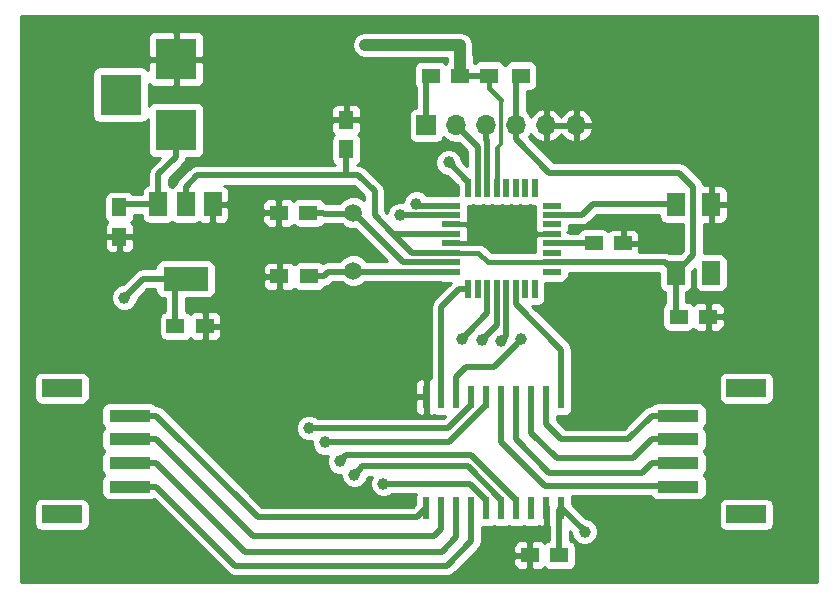
<source format=gbr>
G04 #@! TF.FileFunction,Copper,L1,Top,Signal*
%FSLAX46Y46*%
G04 Gerber Fmt 4.6, Leading zero omitted, Abs format (unit mm)*
G04 Created by KiCad (PCBNEW 4.0.7) date 12/05/17 19:23:18*
%MOMM*%
%LPD*%
G01*
G04 APERTURE LIST*
%ADD10C,0.100000*%
%ADD11C,1.500000*%
%ADD12R,1.250000X1.500000*%
%ADD13R,1.500000X1.250000*%
%ADD14R,1.700000X1.700000*%
%ADD15O,1.700000X1.700000*%
%ADD16R,3.500000X3.500000*%
%ADD17R,3.500000X1.000000*%
%ADD18R,3.400000X1.500000*%
%ADD19R,1.500000X1.300000*%
%ADD20R,3.800000X2.000000*%
%ADD21R,1.500000X2.000000*%
%ADD22R,1.600000X0.550000*%
%ADD23R,0.550000X1.600000*%
%ADD24R,0.600000X1.950000*%
%ADD25C,1.000000*%
%ADD26C,0.500000*%
%ADD27C,0.400000*%
%ADD28C,1.000000*%
%ADD29C,0.300000*%
%ADD30C,0.254000*%
G04 APERTURE END LIST*
D10*
D11*
X28800000Y32000000D03*
X28800000Y27100000D03*
D12*
X28200000Y37350000D03*
X28200000Y39850000D03*
D13*
X56350000Y23200000D03*
X58850000Y23200000D03*
D12*
X9000000Y32450000D03*
X9000000Y29950000D03*
D13*
X46250000Y3000000D03*
X43750000Y3000000D03*
X13750000Y22400000D03*
X16250000Y22400000D03*
X22550000Y26600000D03*
X25050000Y26600000D03*
X49150000Y29400000D03*
X51650000Y29400000D03*
X22500000Y32000000D03*
X25000000Y32000000D03*
X35350000Y43600000D03*
X37850000Y43600000D03*
D10*
G36*
X59850000Y31700000D02*
X58350000Y31700000D01*
X58350000Y33700000D01*
X59850000Y33700000D01*
X59850000Y31700000D01*
X59850000Y31700000D01*
G37*
G36*
X56850000Y31700000D02*
X55350000Y31700000D01*
X55350000Y33700000D01*
X56850000Y33700000D01*
X56850000Y31700000D01*
X56850000Y31700000D01*
G37*
G36*
X56850000Y25900000D02*
X55350000Y25900000D01*
X55350000Y27900000D01*
X56850000Y27900000D01*
X56850000Y25900000D01*
X56850000Y25900000D01*
G37*
G36*
X59850000Y25900000D02*
X58350000Y25900000D01*
X58350000Y27900000D01*
X59850000Y27900000D01*
X59850000Y25900000D01*
X59850000Y25900000D01*
G37*
D14*
X34980000Y39400000D03*
D15*
X37520000Y39400000D03*
X40060000Y39400000D03*
X42600000Y39400000D03*
X45140000Y39400000D03*
X47680000Y39400000D03*
D16*
X13800000Y39000000D03*
X13800000Y45000000D03*
X9100000Y42000000D03*
D17*
X56325000Y8800000D03*
X56325000Y10800000D03*
X56325000Y12800000D03*
X56325000Y14800000D03*
D18*
X62075000Y6450000D03*
X62075000Y17150000D03*
D17*
X9875000Y14800000D03*
X9875000Y12800000D03*
X9875000Y10800000D03*
X9875000Y8800000D03*
D18*
X4125000Y17150000D03*
X4125000Y6450000D03*
D19*
X43000000Y43600000D03*
X40300000Y43600000D03*
D20*
X14600000Y26400000D03*
D21*
X14600000Y32700000D03*
X12300000Y32700000D03*
X16900000Y32700000D03*
D22*
X37100000Y32600000D03*
X37100000Y31800000D03*
X37100000Y31000000D03*
X37100000Y30200000D03*
X37100000Y29400000D03*
X37100000Y28600000D03*
X37100000Y27800000D03*
X37100000Y27000000D03*
D23*
X38550000Y25550000D03*
X39350000Y25550000D03*
X40150000Y25550000D03*
X40950000Y25550000D03*
X41750000Y25550000D03*
X42550000Y25550000D03*
X43350000Y25550000D03*
X44150000Y25550000D03*
D22*
X45600000Y27000000D03*
X45600000Y27800000D03*
X45600000Y28600000D03*
X45600000Y29400000D03*
X45600000Y30200000D03*
X45600000Y31000000D03*
X45600000Y31800000D03*
X45600000Y32600000D03*
D23*
X44150000Y34050000D03*
X43350000Y34050000D03*
X42550000Y34050000D03*
X41750000Y34050000D03*
X40950000Y34050000D03*
X40150000Y34050000D03*
X39350000Y34050000D03*
X38550000Y34050000D03*
D24*
X46415000Y16395000D03*
X45145000Y16395000D03*
X43875000Y16395000D03*
X42605000Y16395000D03*
X41335000Y16395000D03*
X40065000Y16395000D03*
X38795000Y16395000D03*
X37525000Y16395000D03*
X36255000Y16395000D03*
X34985000Y16395000D03*
X34985000Y6995000D03*
X36255000Y6995000D03*
X37525000Y6995000D03*
X38795000Y6995000D03*
X40065000Y6995000D03*
X41335000Y6995000D03*
X42605000Y6995000D03*
X43875000Y6995000D03*
X45145000Y6995000D03*
X46415000Y6995000D03*
D25*
X48400000Y5000000D03*
X9400000Y24800000D03*
X25054746Y13763487D03*
X34154583Y32750010D03*
X43037784Y21280573D03*
X32800000Y31800000D03*
X37989284Y21304961D03*
X27672225Y10957118D03*
X39696506Y21207406D03*
X28886519Y9823776D03*
X41281784Y21109850D03*
X31342092Y9068216D03*
X26403962Y12549192D03*
X36865079Y36263036D03*
D26*
X29230290Y35169710D02*
X28200000Y35169710D01*
X28200000Y37350000D02*
X28200000Y36100000D01*
X28200000Y35169710D02*
X24000000Y35169710D01*
X28200000Y36100000D02*
X28200000Y35169710D01*
X57600000Y34200000D02*
X57600000Y28400000D01*
X57600000Y28400000D02*
X56100000Y26900000D01*
X56400000Y35400000D02*
X57600000Y34200000D01*
X45397919Y35400000D02*
X56400000Y35400000D01*
X42600000Y39400000D02*
X42600000Y38197919D01*
X42600000Y38197919D02*
X45397919Y35400000D01*
X42600000Y39400000D02*
X42600000Y43200000D01*
X42600000Y43200000D02*
X43000000Y43600000D01*
X33800000Y28600000D02*
X32000000Y30400000D01*
X32000000Y30400000D02*
X30600000Y31800000D01*
X37100000Y30200000D02*
X32200000Y30200000D01*
X32200000Y30200000D02*
X32000000Y30400000D01*
X15569710Y35169710D02*
X24000000Y35169710D01*
X24000000Y35169710D02*
X24369710Y35169710D01*
X30600000Y33800000D02*
X29230290Y35169710D01*
X30600000Y31800000D02*
X30600000Y33800000D01*
X37100000Y28600000D02*
X33800000Y28600000D01*
X56100000Y26900000D02*
X56100000Y23450000D01*
X56100000Y23450000D02*
X56350000Y23200000D01*
X45600000Y27800000D02*
X55200000Y27800000D01*
X55200000Y27800000D02*
X56100000Y26900000D01*
X48400000Y5000000D02*
X48400000Y5010000D01*
X48400000Y5010000D02*
X46415000Y6995000D01*
X14600000Y26400000D02*
X11000000Y26400000D01*
X11000000Y26400000D02*
X9400000Y24800000D01*
X13750000Y22400000D02*
X13750000Y25550000D01*
X13750000Y25550000D02*
X14600000Y26400000D01*
X14600000Y32700000D02*
X14600000Y34200000D01*
X14600000Y34200000D02*
X15569710Y35169710D01*
X46250000Y3000000D02*
X46250000Y6830000D01*
X46250000Y6830000D02*
X46415000Y6995000D01*
D27*
X40200000Y27800000D02*
X39400000Y28600000D01*
X39400000Y28600000D02*
X37100000Y28600000D01*
X45600000Y27800000D02*
X40200000Y27800000D01*
X45600000Y30200000D02*
X41200000Y30200000D01*
X41200000Y30200000D02*
X40400000Y31000000D01*
X40400000Y31000000D02*
X37100000Y31000000D01*
X40400000Y29400000D02*
X41200000Y30200000D01*
X37100000Y29400000D02*
X40400000Y29400000D01*
D26*
X12300000Y32700000D02*
X9250000Y32700000D01*
X9250000Y32700000D02*
X9000000Y32450000D01*
X13800000Y39000000D02*
X13800000Y36750000D01*
X13800000Y36750000D02*
X12300000Y35250000D01*
X12300000Y35250000D02*
X12300000Y32700000D01*
X37100000Y27800000D02*
X33000000Y27800000D01*
X33000000Y27800000D02*
X29200000Y31600000D01*
X25050000Y26600000D02*
X26300000Y26600000D01*
X26300000Y26600000D02*
X26700000Y27000000D01*
X26350000Y31900000D02*
X28510037Y31900000D01*
X28510037Y31900000D02*
X28655018Y32044981D01*
X49150000Y29400000D02*
X45600000Y29400000D01*
X26700000Y27000000D02*
X28510037Y27000000D01*
X28510037Y27000000D02*
X28655018Y27144981D01*
X37100000Y27000000D02*
X29355026Y27000000D01*
X29355026Y27000000D02*
X29355026Y27100000D01*
X25000000Y32000000D02*
X26250000Y32000000D01*
X26250000Y32000000D02*
X26350000Y31900000D01*
X34980000Y39400000D02*
X34980000Y43230000D01*
X34980000Y43230000D02*
X35350000Y43600000D01*
D28*
X37800000Y46200000D02*
X29800000Y46200000D01*
X37800000Y45275000D02*
X37800000Y46200000D01*
X37850000Y43600000D02*
X37850000Y45225000D01*
X37850000Y45225000D02*
X37800000Y45275000D01*
D27*
X40950000Y34050000D02*
X40950000Y37485367D01*
X40950000Y37485367D02*
X40966564Y37501931D01*
D29*
X40966564Y37501931D02*
X41310001Y37845368D01*
X41310001Y37845368D02*
X41310001Y41539999D01*
D27*
X40300000Y42550000D02*
X40300000Y43600000D01*
X41310001Y41539999D02*
X40300000Y42550000D01*
D26*
X37850000Y43600000D02*
X40300000Y43600000D01*
X56100000Y32700000D02*
X49064998Y32700000D01*
X49064998Y32700000D02*
X48164998Y31800000D01*
X48164998Y31800000D02*
X45600000Y31800000D01*
X37520000Y39400000D02*
X39350000Y37570000D01*
X39350000Y37570000D02*
X39350000Y34050000D01*
X40060000Y39400000D02*
X40060000Y38197919D01*
X40060000Y38197919D02*
X40150000Y38107919D01*
X40150000Y38107919D02*
X40150000Y34050000D01*
X41335000Y16395000D02*
X41335000Y12556556D01*
X41335000Y12556556D02*
X45034344Y8857212D01*
X45034344Y8857212D02*
X56267788Y8857212D01*
X56267788Y8857212D02*
X56325000Y8800000D01*
X56325000Y10800000D02*
X54075000Y10800000D01*
X45403144Y10000000D02*
X42605000Y12798144D01*
X54075000Y10800000D02*
X53275000Y10000000D01*
X53275000Y10000000D02*
X45403144Y10000000D01*
X42605000Y12798144D02*
X42605000Y16395000D01*
X56325000Y12800000D02*
X54075000Y12800000D01*
X54075000Y12800000D02*
X52475000Y11200000D01*
X52475000Y11200000D02*
X46021774Y11200000D01*
X46021774Y11200000D02*
X43875000Y13346774D01*
X43875000Y13346774D02*
X43875000Y16395000D01*
X56325000Y14800000D02*
X54075000Y14800000D01*
X54075000Y14800000D02*
X52075000Y12800000D01*
X52075000Y12800000D02*
X46429353Y12800000D01*
X46429353Y12800000D02*
X45145000Y14084353D01*
X45145000Y14084353D02*
X45145000Y16395000D01*
X9875000Y14800000D02*
X12125000Y14800000D01*
X12125000Y14800000D02*
X20709692Y6215308D01*
X34205308Y6215308D02*
X34985000Y6995000D01*
X20709692Y6215308D02*
X34205308Y6215308D01*
D27*
X34985000Y7670000D02*
X34985000Y6995000D01*
D26*
X35600000Y4600000D02*
X36255000Y5255000D01*
X36255000Y5255000D02*
X36255000Y6995000D01*
X20325000Y4600000D02*
X35600000Y4600000D01*
X9875000Y12800000D02*
X12125000Y12800000D01*
X12125000Y12800000D02*
X20325000Y4600000D01*
X9875000Y10800000D02*
X12125000Y10800000D01*
X12125000Y10800000D02*
X19624033Y3300967D01*
X19624033Y3300967D02*
X36300967Y3300967D01*
X36300967Y3300967D02*
X37525000Y4525000D01*
X37525000Y4525000D02*
X37525000Y5520000D01*
X37525000Y5520000D02*
X37525000Y6995000D01*
X9875000Y8800000D02*
X12125000Y8800000D01*
X36706690Y2106690D02*
X38795000Y4195000D01*
X12125000Y8800000D02*
X18818310Y2106690D01*
X18818310Y2106690D02*
X36706690Y2106690D01*
X38795000Y4195000D02*
X38795000Y6995000D01*
X25761852Y13763487D02*
X25054746Y13763487D01*
X36838487Y13763487D02*
X25761852Y13763487D01*
X38795000Y15720000D02*
X36838487Y13763487D01*
X38795000Y16395000D02*
X38795000Y15720000D01*
X34304593Y32600000D02*
X34154583Y32750010D01*
X37100000Y32600000D02*
X34304593Y32600000D01*
X37525000Y16395000D02*
X37525000Y18084733D01*
X38379506Y18939239D02*
X40696450Y18939239D01*
X37525000Y18084733D02*
X38379506Y18939239D01*
X40696450Y18939239D02*
X42537785Y20780574D01*
X42537785Y20780574D02*
X43037784Y21280573D01*
X37100000Y31800000D02*
X32800000Y31800000D01*
X36255000Y16395000D02*
X36255000Y24030000D01*
X36255000Y24030000D02*
X37775000Y25550000D01*
X37775000Y25550000D02*
X38550000Y25550000D01*
X40150000Y23465677D02*
X38489283Y21804960D01*
X38489283Y21804960D02*
X37989284Y21304961D01*
X40150000Y25550000D02*
X40150000Y23465677D01*
X42605000Y6995000D02*
X42605000Y7670000D01*
X42605000Y7670000D02*
X38805180Y11469820D01*
X38805180Y11469820D02*
X28184927Y11469820D01*
X28184927Y11469820D02*
X28172224Y11457117D01*
X28172224Y11457117D02*
X27672225Y10957118D01*
X40950000Y25550000D02*
X40950000Y22460900D01*
X40196505Y21707405D02*
X39696506Y21207406D01*
X40950000Y22460900D02*
X40196505Y21707405D01*
X29386518Y10323775D02*
X28886519Y9823776D01*
X38492334Y10512666D02*
X29575409Y10512666D01*
X41335000Y7670000D02*
X38492334Y10512666D01*
X41335000Y6995000D02*
X41335000Y7670000D01*
X29575409Y10512666D02*
X29386518Y10323775D01*
X41750000Y21578066D02*
X41281784Y21109850D01*
X41750000Y25550000D02*
X41750000Y21578066D01*
X32049198Y9068216D02*
X31342092Y9068216D01*
X38666784Y9068216D02*
X32049198Y9068216D01*
X40065000Y7670000D02*
X38666784Y9068216D01*
X40065000Y6995000D02*
X40065000Y7670000D01*
X42550000Y24250000D02*
X42550000Y25550000D01*
X46415000Y16395000D02*
X46415000Y20385000D01*
X46415000Y20385000D02*
X42550000Y24250000D01*
X27111068Y12549192D02*
X26403962Y12549192D01*
X36894192Y12549192D02*
X27111068Y12549192D01*
X40065000Y15720000D02*
X36894192Y12549192D01*
X40065000Y16395000D02*
X40065000Y15720000D01*
X38550000Y34575000D02*
X36865079Y36259921D01*
X36865079Y36259921D02*
X36865079Y36263036D01*
X38550000Y34050000D02*
X38550000Y34575000D01*
D30*
G36*
X68090000Y710000D02*
X710000Y710000D01*
X710000Y7200000D01*
X1777560Y7200000D01*
X1777560Y5700000D01*
X1821838Y5464683D01*
X1960910Y5248559D01*
X2173110Y5103569D01*
X2425000Y5052560D01*
X5825000Y5052560D01*
X6060317Y5096838D01*
X6276441Y5235910D01*
X6421431Y5448110D01*
X6472440Y5700000D01*
X6472440Y7200000D01*
X6428162Y7435317D01*
X6289090Y7651441D01*
X6076890Y7796431D01*
X5825000Y7847440D01*
X2425000Y7847440D01*
X2189683Y7803162D01*
X1973559Y7664090D01*
X1828569Y7451890D01*
X1777560Y7200000D01*
X710000Y7200000D01*
X710000Y17900000D01*
X1777560Y17900000D01*
X1777560Y16400000D01*
X1821838Y16164683D01*
X1960910Y15948559D01*
X2173110Y15803569D01*
X2425000Y15752560D01*
X5825000Y15752560D01*
X6060317Y15796838D01*
X6276441Y15935910D01*
X6394879Y16109250D01*
X34050000Y16109250D01*
X34050000Y15293691D01*
X34146673Y15060302D01*
X34325301Y14881673D01*
X34558690Y14785000D01*
X34699250Y14785000D01*
X34858000Y14943750D01*
X34858000Y16268000D01*
X34208750Y16268000D01*
X34050000Y16109250D01*
X6394879Y16109250D01*
X6421431Y16148110D01*
X6472440Y16400000D01*
X6472440Y17496309D01*
X34050000Y17496309D01*
X34050000Y16680750D01*
X34208750Y16522000D01*
X34858000Y16522000D01*
X34858000Y17846250D01*
X34699250Y18005000D01*
X34558690Y18005000D01*
X34325301Y17908327D01*
X34146673Y17729698D01*
X34050000Y17496309D01*
X6472440Y17496309D01*
X6472440Y17900000D01*
X6428162Y18135317D01*
X6289090Y18351441D01*
X6076890Y18496431D01*
X5825000Y18547440D01*
X2425000Y18547440D01*
X2189683Y18503162D01*
X1973559Y18364090D01*
X1828569Y18151890D01*
X1777560Y17900000D01*
X710000Y17900000D01*
X710000Y24575225D01*
X8264803Y24575225D01*
X8437233Y24157914D01*
X8756235Y23838355D01*
X9173244Y23665197D01*
X9624775Y23664803D01*
X10042086Y23837233D01*
X10361645Y24156235D01*
X10534803Y24573244D01*
X10534899Y24683319D01*
X11366579Y25515000D01*
X12052560Y25515000D01*
X12052560Y25400000D01*
X12096838Y25164683D01*
X12235910Y24948559D01*
X12448110Y24803569D01*
X12700000Y24752560D01*
X12865000Y24752560D01*
X12865000Y23647038D01*
X12764683Y23628162D01*
X12548559Y23489090D01*
X12403569Y23276890D01*
X12352560Y23025000D01*
X12352560Y21775000D01*
X12396838Y21539683D01*
X12535910Y21323559D01*
X12748110Y21178569D01*
X13000000Y21127560D01*
X14500000Y21127560D01*
X14735317Y21171838D01*
X14951441Y21310910D01*
X14997969Y21379006D01*
X15140302Y21236673D01*
X15373691Y21140000D01*
X15964250Y21140000D01*
X16123000Y21298750D01*
X16123000Y22273000D01*
X16377000Y22273000D01*
X16377000Y21298750D01*
X16535750Y21140000D01*
X17126309Y21140000D01*
X17359698Y21236673D01*
X17538327Y21415301D01*
X17635000Y21648690D01*
X17635000Y22114250D01*
X17476250Y22273000D01*
X16377000Y22273000D01*
X16123000Y22273000D01*
X16103000Y22273000D01*
X16103000Y22527000D01*
X16123000Y22527000D01*
X16123000Y23501250D01*
X16377000Y23501250D01*
X16377000Y22527000D01*
X17476250Y22527000D01*
X17635000Y22685750D01*
X17635000Y23151310D01*
X17538327Y23384699D01*
X17359698Y23563327D01*
X17126309Y23660000D01*
X16535750Y23660000D01*
X16377000Y23501250D01*
X16123000Y23501250D01*
X15964250Y23660000D01*
X15373691Y23660000D01*
X15140302Y23563327D01*
X14999064Y23422090D01*
X14964090Y23476441D01*
X14751890Y23621431D01*
X14635000Y23645102D01*
X14635000Y24752560D01*
X16500000Y24752560D01*
X16735317Y24796838D01*
X16951441Y24935910D01*
X17096431Y25148110D01*
X17147440Y25400000D01*
X17147440Y26314250D01*
X21165000Y26314250D01*
X21165000Y25848690D01*
X21261673Y25615301D01*
X21440302Y25436673D01*
X21673691Y25340000D01*
X22264250Y25340000D01*
X22423000Y25498750D01*
X22423000Y26473000D01*
X21323750Y26473000D01*
X21165000Y26314250D01*
X17147440Y26314250D01*
X17147440Y27351310D01*
X21165000Y27351310D01*
X21165000Y26885750D01*
X21323750Y26727000D01*
X22423000Y26727000D01*
X22423000Y27701250D01*
X22264250Y27860000D01*
X21673691Y27860000D01*
X21440302Y27763327D01*
X21261673Y27584699D01*
X21165000Y27351310D01*
X17147440Y27351310D01*
X17147440Y27400000D01*
X17103162Y27635317D01*
X16964090Y27851441D01*
X16751890Y27996431D01*
X16500000Y28047440D01*
X12700000Y28047440D01*
X12464683Y28003162D01*
X12248559Y27864090D01*
X12103569Y27651890D01*
X12052560Y27400000D01*
X12052560Y27285000D01*
X11000005Y27285000D01*
X11000000Y27285001D01*
X10717516Y27228810D01*
X10661325Y27217633D01*
X10374210Y27025790D01*
X10374208Y27025787D01*
X9283523Y25935103D01*
X9175225Y25935197D01*
X8757914Y25762767D01*
X8438355Y25443765D01*
X8265197Y25026756D01*
X8264803Y24575225D01*
X710000Y24575225D01*
X710000Y29664250D01*
X7740000Y29664250D01*
X7740000Y29073691D01*
X7836673Y28840302D01*
X8015301Y28661673D01*
X8248690Y28565000D01*
X8714250Y28565000D01*
X8873000Y28723750D01*
X8873000Y29823000D01*
X9127000Y29823000D01*
X9127000Y28723750D01*
X9285750Y28565000D01*
X9751310Y28565000D01*
X9984699Y28661673D01*
X10163327Y28840302D01*
X10260000Y29073691D01*
X10260000Y29664250D01*
X10101250Y29823000D01*
X9127000Y29823000D01*
X8873000Y29823000D01*
X7898750Y29823000D01*
X7740000Y29664250D01*
X710000Y29664250D01*
X710000Y43750000D01*
X6702560Y43750000D01*
X6702560Y40250000D01*
X6746838Y40014683D01*
X6885910Y39798559D01*
X7098110Y39653569D01*
X7350000Y39602560D01*
X10850000Y39602560D01*
X11085317Y39646838D01*
X11301441Y39785910D01*
X11402560Y39933903D01*
X11402560Y37250000D01*
X11446838Y37014683D01*
X11585910Y36798559D01*
X11798110Y36653569D01*
X12050000Y36602560D01*
X12400980Y36602560D01*
X11674210Y35875790D01*
X11482367Y35588675D01*
X11482367Y35588674D01*
X11414999Y35250000D01*
X11415000Y35249995D01*
X11415000Y34322038D01*
X11314683Y34303162D01*
X11098559Y34164090D01*
X10953569Y33951890D01*
X10902560Y33700000D01*
X10902560Y33585000D01*
X10131844Y33585000D01*
X10089090Y33651441D01*
X9876890Y33796431D01*
X9625000Y33847440D01*
X8375000Y33847440D01*
X8139683Y33803162D01*
X7923559Y33664090D01*
X7778569Y33451890D01*
X7727560Y33200000D01*
X7727560Y31700000D01*
X7771838Y31464683D01*
X7910910Y31248559D01*
X7979006Y31202031D01*
X7836673Y31059698D01*
X7740000Y30826309D01*
X7740000Y30235750D01*
X7898750Y30077000D01*
X8873000Y30077000D01*
X8873000Y30097000D01*
X9127000Y30097000D01*
X9127000Y30077000D01*
X10101250Y30077000D01*
X10260000Y30235750D01*
X10260000Y30826309D01*
X10163327Y31059698D01*
X10022090Y31200936D01*
X10076441Y31235910D01*
X10221431Y31448110D01*
X10272440Y31700000D01*
X10272440Y31815000D01*
X10902560Y31815000D01*
X10902560Y31700000D01*
X10946838Y31464683D01*
X11085910Y31248559D01*
X11298110Y31103569D01*
X11550000Y31052560D01*
X13050000Y31052560D01*
X13285317Y31096838D01*
X13451477Y31203759D01*
X13598110Y31103569D01*
X13850000Y31052560D01*
X15350000Y31052560D01*
X15585317Y31096838D01*
X15749492Y31202482D01*
X15790301Y31161673D01*
X16023690Y31065000D01*
X16614250Y31065000D01*
X16773000Y31223750D01*
X16773000Y32573000D01*
X17027000Y32573000D01*
X17027000Y31223750D01*
X17185750Y31065000D01*
X17776310Y31065000D01*
X18009699Y31161673D01*
X18188327Y31340302D01*
X18285000Y31573691D01*
X18285000Y31714250D01*
X21115000Y31714250D01*
X21115000Y31248690D01*
X21211673Y31015301D01*
X21390302Y30836673D01*
X21623691Y30740000D01*
X22214250Y30740000D01*
X22373000Y30898750D01*
X22373000Y31873000D01*
X21273750Y31873000D01*
X21115000Y31714250D01*
X18285000Y31714250D01*
X18285000Y32414250D01*
X18126250Y32573000D01*
X17027000Y32573000D01*
X16773000Y32573000D01*
X16753000Y32573000D01*
X16753000Y32751310D01*
X21115000Y32751310D01*
X21115000Y32285750D01*
X21273750Y32127000D01*
X22373000Y32127000D01*
X22373000Y33101250D01*
X22214250Y33260000D01*
X21623691Y33260000D01*
X21390302Y33163327D01*
X21211673Y32984699D01*
X21115000Y32751310D01*
X16753000Y32751310D01*
X16753000Y32827000D01*
X16773000Y32827000D01*
X16773000Y32847000D01*
X17027000Y32847000D01*
X17027000Y32827000D01*
X18126250Y32827000D01*
X18285000Y32985750D01*
X18285000Y33826309D01*
X18188327Y34059698D01*
X18009699Y34238327D01*
X17897721Y34284710D01*
X28863710Y34284710D01*
X29715000Y33433421D01*
X29715000Y33043799D01*
X29585564Y33173461D01*
X29076702Y33384759D01*
X28525715Y33385240D01*
X28016485Y33174831D01*
X27626539Y32785564D01*
X27626305Y32785000D01*
X26637514Y32785000D01*
X26588675Y32817633D01*
X26532484Y32828810D01*
X26350090Y32865091D01*
X26214090Y33076441D01*
X26001890Y33221431D01*
X25750000Y33272440D01*
X24250000Y33272440D01*
X24014683Y33228162D01*
X23798559Y33089090D01*
X23752031Y33020994D01*
X23609698Y33163327D01*
X23376309Y33260000D01*
X22785750Y33260000D01*
X22627000Y33101250D01*
X22627000Y32127000D01*
X22647000Y32127000D01*
X22647000Y31873000D01*
X22627000Y31873000D01*
X22627000Y30898750D01*
X22785750Y30740000D01*
X23376309Y30740000D01*
X23609698Y30836673D01*
X23750936Y30977910D01*
X23785910Y30923559D01*
X23998110Y30778569D01*
X24250000Y30727560D01*
X25750000Y30727560D01*
X25985317Y30771838D01*
X26201441Y30910910D01*
X26281828Y31028560D01*
X26350000Y31015000D01*
X27826303Y31015000D01*
X28014436Y30826539D01*
X28523298Y30615241D01*
X28933537Y30614883D01*
X31663421Y27885000D01*
X29973349Y27885000D01*
X29585564Y28273461D01*
X29076702Y28484759D01*
X28525715Y28485240D01*
X28016485Y28274831D01*
X27626539Y27885564D01*
X27626305Y27885000D01*
X26700000Y27885000D01*
X26361325Y27817633D01*
X26207690Y27714978D01*
X26051890Y27821431D01*
X25800000Y27872440D01*
X24300000Y27872440D01*
X24064683Y27828162D01*
X23848559Y27689090D01*
X23802031Y27620994D01*
X23659698Y27763327D01*
X23426309Y27860000D01*
X22835750Y27860000D01*
X22677000Y27701250D01*
X22677000Y26727000D01*
X22697000Y26727000D01*
X22697000Y26473000D01*
X22677000Y26473000D01*
X22677000Y25498750D01*
X22835750Y25340000D01*
X23426309Y25340000D01*
X23659698Y25436673D01*
X23800936Y25577910D01*
X23835910Y25523559D01*
X24048110Y25378569D01*
X24300000Y25327560D01*
X25800000Y25327560D01*
X26035317Y25371838D01*
X26251441Y25510910D01*
X26396431Y25723110D01*
X26398767Y25734645D01*
X26597672Y25774211D01*
X26638675Y25782367D01*
X26925790Y25974210D01*
X27066580Y26115000D01*
X27826303Y26115000D01*
X28014436Y25926539D01*
X28523298Y25715241D01*
X29074285Y25714760D01*
X29583515Y25925169D01*
X29773677Y26115000D01*
X36115116Y26115000D01*
X36300000Y26077560D01*
X37050981Y26077560D01*
X35629210Y24655790D01*
X35437367Y24368675D01*
X35437367Y24368674D01*
X35369999Y24030000D01*
X35370000Y24029995D01*
X35370000Y18005000D01*
X35270750Y18005000D01*
X35112000Y17846250D01*
X35112000Y16522000D01*
X35132000Y16522000D01*
X35132000Y16268000D01*
X35112000Y16268000D01*
X35112000Y14943750D01*
X35270750Y14785000D01*
X35411310Y14785000D01*
X35628122Y14874806D01*
X35703110Y14823569D01*
X35955000Y14772560D01*
X36555000Y14772560D01*
X36605478Y14782058D01*
X36471907Y14648487D01*
X25775022Y14648487D01*
X25698511Y14725132D01*
X25281502Y14898290D01*
X24829971Y14898684D01*
X24412660Y14726254D01*
X24093101Y14407252D01*
X23919943Y13990243D01*
X23919549Y13538712D01*
X24091979Y13121401D01*
X24410981Y12801842D01*
X24827990Y12628684D01*
X25269030Y12628299D01*
X25268765Y12324417D01*
X25441195Y11907106D01*
X25760197Y11587547D01*
X26177206Y11414389D01*
X26628737Y11413995D01*
X26633855Y11416110D01*
X26537422Y11183874D01*
X26537028Y10732343D01*
X26709458Y10315032D01*
X27028460Y9995473D01*
X27445469Y9822315D01*
X27751517Y9822048D01*
X27751322Y9599001D01*
X27923752Y9181690D01*
X28242754Y8862131D01*
X28659763Y8688973D01*
X29111294Y8688579D01*
X29528605Y8861009D01*
X29848164Y9180011D01*
X30021322Y9597020D01*
X30021349Y9627666D01*
X30345436Y9627666D01*
X30207289Y9294972D01*
X30206895Y8843441D01*
X30379325Y8426130D01*
X30698327Y8106571D01*
X31115336Y7933413D01*
X31566867Y7933019D01*
X31984178Y8105449D01*
X32062081Y8183216D01*
X34080737Y8183216D01*
X34037560Y7970000D01*
X34037560Y7299140D01*
X33838728Y7100308D01*
X21076271Y7100308D01*
X12750790Y15425790D01*
X12586870Y15535317D01*
X12463675Y15617633D01*
X12407484Y15628810D01*
X12132847Y15683440D01*
X12089090Y15751441D01*
X11876890Y15896431D01*
X11625000Y15947440D01*
X8125000Y15947440D01*
X7889683Y15903162D01*
X7673559Y15764090D01*
X7528569Y15551890D01*
X7477560Y15300000D01*
X7477560Y14300000D01*
X7521838Y14064683D01*
X7660910Y13848559D01*
X7730711Y13800866D01*
X7673559Y13764090D01*
X7528569Y13551890D01*
X7477560Y13300000D01*
X7477560Y12300000D01*
X7521838Y12064683D01*
X7660910Y11848559D01*
X7730711Y11800866D01*
X7673559Y11764090D01*
X7528569Y11551890D01*
X7477560Y11300000D01*
X7477560Y10300000D01*
X7521838Y10064683D01*
X7660910Y9848559D01*
X7730711Y9800866D01*
X7673559Y9764090D01*
X7528569Y9551890D01*
X7477560Y9300000D01*
X7477560Y8300000D01*
X7521838Y8064683D01*
X7660910Y7848559D01*
X7873110Y7703569D01*
X8125000Y7652560D01*
X11625000Y7652560D01*
X11860317Y7696838D01*
X11931060Y7742360D01*
X18192518Y1480903D01*
X18192520Y1480900D01*
X18479635Y1289057D01*
X18535826Y1277880D01*
X18818310Y1221689D01*
X18818315Y1221690D01*
X36706685Y1221690D01*
X36706690Y1221689D01*
X36989174Y1277880D01*
X37045365Y1289057D01*
X37332480Y1480900D01*
X38565829Y2714250D01*
X42365000Y2714250D01*
X42365000Y2248690D01*
X42461673Y2015301D01*
X42640302Y1836673D01*
X42873691Y1740000D01*
X43464250Y1740000D01*
X43623000Y1898750D01*
X43623000Y2873000D01*
X42523750Y2873000D01*
X42365000Y2714250D01*
X38565829Y2714250D01*
X39420787Y3569208D01*
X39420790Y3569210D01*
X39542464Y3751310D01*
X42365000Y3751310D01*
X42365000Y3285750D01*
X42523750Y3127000D01*
X43623000Y3127000D01*
X43623000Y4101250D01*
X43464250Y4260000D01*
X42873691Y4260000D01*
X42640302Y4163327D01*
X42461673Y3984699D01*
X42365000Y3751310D01*
X39542464Y3751310D01*
X39612633Y3856325D01*
X39680000Y4195000D01*
X39680000Y5389773D01*
X39765000Y5372560D01*
X40365000Y5372560D01*
X40600317Y5416838D01*
X40699528Y5480678D01*
X40783110Y5423569D01*
X41035000Y5372560D01*
X41635000Y5372560D01*
X41870317Y5416838D01*
X41969528Y5480678D01*
X42053110Y5423569D01*
X42305000Y5372560D01*
X42905000Y5372560D01*
X43140317Y5416838D01*
X43239528Y5480678D01*
X43323110Y5423569D01*
X43575000Y5372560D01*
X44175000Y5372560D01*
X44410317Y5416838D01*
X44500980Y5475178D01*
X44718690Y5385000D01*
X44859250Y5385000D01*
X45018000Y5543750D01*
X45018000Y6868000D01*
X44998000Y6868000D01*
X44998000Y7122000D01*
X45018000Y7122000D01*
X45018000Y7142000D01*
X45272000Y7142000D01*
X45272000Y7122000D01*
X45292000Y7122000D01*
X45292000Y6868000D01*
X45272000Y6868000D01*
X45272000Y5543750D01*
X45365000Y5450750D01*
X45365000Y4247038D01*
X45264683Y4228162D01*
X45048559Y4089090D01*
X45002031Y4020994D01*
X44859698Y4163327D01*
X44626309Y4260000D01*
X44035750Y4260000D01*
X43877000Y4101250D01*
X43877000Y3127000D01*
X43897000Y3127000D01*
X43897000Y2873000D01*
X43877000Y2873000D01*
X43877000Y1898750D01*
X44035750Y1740000D01*
X44626309Y1740000D01*
X44859698Y1836673D01*
X45000936Y1977910D01*
X45035910Y1923559D01*
X45248110Y1778569D01*
X45500000Y1727560D01*
X47000000Y1727560D01*
X47235317Y1771838D01*
X47451441Y1910910D01*
X47596431Y2123110D01*
X47647440Y2375000D01*
X47647440Y3625000D01*
X47603162Y3860317D01*
X47464090Y4076441D01*
X47251890Y4221431D01*
X47135000Y4245102D01*
X47135000Y5023421D01*
X47264906Y4893515D01*
X47264803Y4775225D01*
X47437233Y4357914D01*
X47756235Y4038355D01*
X48173244Y3865197D01*
X48624775Y3864803D01*
X49042086Y4037233D01*
X49361645Y4356235D01*
X49534803Y4773244D01*
X49535197Y5224775D01*
X49362767Y5642086D01*
X49043765Y5961645D01*
X48626756Y6134803D01*
X48526689Y6134890D01*
X47461580Y7200000D01*
X59727560Y7200000D01*
X59727560Y5700000D01*
X59771838Y5464683D01*
X59910910Y5248559D01*
X60123110Y5103569D01*
X60375000Y5052560D01*
X63775000Y5052560D01*
X64010317Y5096838D01*
X64226441Y5235910D01*
X64371431Y5448110D01*
X64422440Y5700000D01*
X64422440Y7200000D01*
X64378162Y7435317D01*
X64239090Y7651441D01*
X64026890Y7796431D01*
X63775000Y7847440D01*
X60375000Y7847440D01*
X60139683Y7803162D01*
X59923559Y7664090D01*
X59778569Y7451890D01*
X59727560Y7200000D01*
X47461580Y7200000D01*
X47362440Y7299140D01*
X47362440Y7970000D01*
X47362024Y7972212D01*
X54031341Y7972212D01*
X54110910Y7848559D01*
X54323110Y7703569D01*
X54575000Y7652560D01*
X58075000Y7652560D01*
X58310317Y7696838D01*
X58526441Y7835910D01*
X58671431Y8048110D01*
X58722440Y8300000D01*
X58722440Y9300000D01*
X58678162Y9535317D01*
X58539090Y9751441D01*
X58469289Y9799134D01*
X58526441Y9835910D01*
X58671431Y10048110D01*
X58722440Y10300000D01*
X58722440Y11300000D01*
X58678162Y11535317D01*
X58539090Y11751441D01*
X58469289Y11799134D01*
X58526441Y11835910D01*
X58671431Y12048110D01*
X58722440Y12300000D01*
X58722440Y13300000D01*
X58678162Y13535317D01*
X58539090Y13751441D01*
X58469289Y13799134D01*
X58526441Y13835910D01*
X58671431Y14048110D01*
X58722440Y14300000D01*
X58722440Y15300000D01*
X58678162Y15535317D01*
X58539090Y15751441D01*
X58326890Y15896431D01*
X58075000Y15947440D01*
X54575000Y15947440D01*
X54339683Y15903162D01*
X54123559Y15764090D01*
X54068658Y15683739D01*
X53736325Y15617633D01*
X53449210Y15425790D01*
X53449208Y15425787D01*
X51708420Y13685000D01*
X46795932Y13685000D01*
X46030000Y14450933D01*
X46030000Y14789773D01*
X46115000Y14772560D01*
X46715000Y14772560D01*
X46950317Y14816838D01*
X47166441Y14955910D01*
X47311431Y15168110D01*
X47362440Y15420000D01*
X47362440Y17370000D01*
X47318162Y17605317D01*
X47300000Y17633542D01*
X47300000Y17900000D01*
X59727560Y17900000D01*
X59727560Y16400000D01*
X59771838Y16164683D01*
X59910910Y15948559D01*
X60123110Y15803569D01*
X60375000Y15752560D01*
X63775000Y15752560D01*
X64010317Y15796838D01*
X64226441Y15935910D01*
X64371431Y16148110D01*
X64422440Y16400000D01*
X64422440Y17900000D01*
X64378162Y18135317D01*
X64239090Y18351441D01*
X64026890Y18496431D01*
X63775000Y18547440D01*
X60375000Y18547440D01*
X60139683Y18503162D01*
X59923559Y18364090D01*
X59778569Y18151890D01*
X59727560Y17900000D01*
X47300000Y17900000D01*
X47300000Y20385000D01*
X47232633Y20723675D01*
X47040790Y21010790D01*
X47040787Y21010792D01*
X43949020Y24102560D01*
X44425000Y24102560D01*
X44660317Y24146838D01*
X44876441Y24285910D01*
X45021431Y24498110D01*
X45072440Y24750000D01*
X45072440Y26077560D01*
X46400000Y26077560D01*
X46635317Y26121838D01*
X46851441Y26260910D01*
X46996431Y26473110D01*
X47047440Y26725000D01*
X47047440Y26915000D01*
X54702560Y26915000D01*
X54702560Y25900000D01*
X54746838Y25664683D01*
X54885910Y25448559D01*
X55098110Y25303569D01*
X55215000Y25279898D01*
X55215000Y24331844D01*
X55148559Y24289090D01*
X55003569Y24076890D01*
X54952560Y23825000D01*
X54952560Y22575000D01*
X54996838Y22339683D01*
X55135910Y22123559D01*
X55348110Y21978569D01*
X55600000Y21927560D01*
X57100000Y21927560D01*
X57335317Y21971838D01*
X57551441Y22110910D01*
X57597969Y22179006D01*
X57740302Y22036673D01*
X57973691Y21940000D01*
X58564250Y21940000D01*
X58723000Y22098750D01*
X58723000Y23073000D01*
X58977000Y23073000D01*
X58977000Y22098750D01*
X59135750Y21940000D01*
X59726309Y21940000D01*
X59959698Y22036673D01*
X60138327Y22215301D01*
X60235000Y22448690D01*
X60235000Y22914250D01*
X60076250Y23073000D01*
X58977000Y23073000D01*
X58723000Y23073000D01*
X58703000Y23073000D01*
X58703000Y23327000D01*
X58723000Y23327000D01*
X58723000Y24301250D01*
X58977000Y24301250D01*
X58977000Y23327000D01*
X60076250Y23327000D01*
X60235000Y23485750D01*
X60235000Y23951310D01*
X60138327Y24184699D01*
X59959698Y24363327D01*
X59726309Y24460000D01*
X59135750Y24460000D01*
X58977000Y24301250D01*
X58723000Y24301250D01*
X58564250Y24460000D01*
X57973691Y24460000D01*
X57740302Y24363327D01*
X57599064Y24222090D01*
X57564090Y24276441D01*
X57351890Y24421431D01*
X57100000Y24472440D01*
X56985000Y24472440D01*
X56985000Y25277962D01*
X57085317Y25296838D01*
X57301441Y25435910D01*
X57446431Y25648110D01*
X57497440Y25900000D01*
X57497440Y27045861D01*
X57702560Y27250981D01*
X57702560Y25900000D01*
X57746838Y25664683D01*
X57885910Y25448559D01*
X58098110Y25303569D01*
X58350000Y25252560D01*
X59850000Y25252560D01*
X60085317Y25296838D01*
X60301441Y25435910D01*
X60446431Y25648110D01*
X60497440Y25900000D01*
X60497440Y27900000D01*
X60453162Y28135317D01*
X60314090Y28351441D01*
X60101890Y28496431D01*
X59850000Y28547440D01*
X58485000Y28547440D01*
X58485000Y31052560D01*
X58973000Y31052560D01*
X58973000Y32573000D01*
X59227000Y32573000D01*
X59227000Y31052560D01*
X59850000Y31052560D01*
X60085317Y31096838D01*
X60301441Y31235910D01*
X60446431Y31448110D01*
X60497440Y31700000D01*
X60497440Y32573000D01*
X59227000Y32573000D01*
X58973000Y32573000D01*
X58953000Y32573000D01*
X58953000Y32827000D01*
X58973000Y32827000D01*
X58973000Y34347440D01*
X59227000Y34347440D01*
X59227000Y32827000D01*
X60497440Y32827000D01*
X60497440Y33700000D01*
X60453162Y33935317D01*
X60314090Y34151441D01*
X60101890Y34296431D01*
X59850000Y34347440D01*
X59227000Y34347440D01*
X58973000Y34347440D01*
X58455673Y34347440D01*
X58417633Y34538675D01*
X58414128Y34543920D01*
X58225790Y34825790D01*
X58225787Y34825792D01*
X57025790Y36025790D01*
X56738675Y36217633D01*
X56682484Y36228810D01*
X56400000Y36285001D01*
X56399995Y36285000D01*
X45764498Y36285000D01*
X43681533Y38367965D01*
X43877702Y38661553D01*
X43944817Y38518642D01*
X44373076Y38128355D01*
X44783110Y37958524D01*
X45013000Y38079845D01*
X45013000Y39273000D01*
X45267000Y39273000D01*
X45267000Y38079845D01*
X45496890Y37958524D01*
X45906924Y38128355D01*
X46335183Y38518642D01*
X46410000Y38677954D01*
X46484817Y38518642D01*
X46913076Y38128355D01*
X47323110Y37958524D01*
X47553000Y38079845D01*
X47553000Y39273000D01*
X47807000Y39273000D01*
X47807000Y38079845D01*
X48036890Y37958524D01*
X48446924Y38128355D01*
X48875183Y38518642D01*
X49121486Y39043108D01*
X49000819Y39273000D01*
X47807000Y39273000D01*
X47553000Y39273000D01*
X45267000Y39273000D01*
X45013000Y39273000D01*
X44993000Y39273000D01*
X44993000Y39527000D01*
X45013000Y39527000D01*
X45013000Y40720155D01*
X45267000Y40720155D01*
X45267000Y39527000D01*
X47553000Y39527000D01*
X47553000Y40720155D01*
X47807000Y40720155D01*
X47807000Y39527000D01*
X49000819Y39527000D01*
X49121486Y39756892D01*
X48875183Y40281358D01*
X48446924Y40671645D01*
X48036890Y40841476D01*
X47807000Y40720155D01*
X47553000Y40720155D01*
X47323110Y40841476D01*
X46913076Y40671645D01*
X46484817Y40281358D01*
X46410000Y40122046D01*
X46335183Y40281358D01*
X45906924Y40671645D01*
X45496890Y40841476D01*
X45267000Y40720155D01*
X45013000Y40720155D01*
X44783110Y40841476D01*
X44373076Y40671645D01*
X43944817Y40281358D01*
X43877702Y40138447D01*
X43650054Y40479147D01*
X43485000Y40589432D01*
X43485000Y42302560D01*
X43750000Y42302560D01*
X43985317Y42346838D01*
X44201441Y42485910D01*
X44346431Y42698110D01*
X44397440Y42950000D01*
X44397440Y44250000D01*
X44353162Y44485317D01*
X44214090Y44701441D01*
X44001890Y44846431D01*
X43750000Y44897440D01*
X42250000Y44897440D01*
X42014683Y44853162D01*
X41798559Y44714090D01*
X41653569Y44501890D01*
X41650919Y44488803D01*
X41514090Y44701441D01*
X41301890Y44846431D01*
X41050000Y44897440D01*
X39550000Y44897440D01*
X39314683Y44853162D01*
X39098559Y44714090D01*
X39068331Y44669850D01*
X39064090Y44676441D01*
X38985000Y44730481D01*
X38985000Y45225000D01*
X38950701Y45397434D01*
X38935000Y45476369D01*
X38935000Y46200000D01*
X38848603Y46634346D01*
X38602566Y47002566D01*
X38234346Y47248603D01*
X37800000Y47335000D01*
X29800000Y47335000D01*
X29365654Y47248603D01*
X28997434Y47002566D01*
X28751397Y46634346D01*
X28665000Y46200000D01*
X28751397Y45765654D01*
X28997434Y45397434D01*
X29365654Y45151397D01*
X29800000Y45065000D01*
X36706772Y45065000D01*
X36715000Y45023634D01*
X36715000Y44731844D01*
X36648559Y44689090D01*
X36600866Y44619289D01*
X36564090Y44676441D01*
X36351890Y44821431D01*
X36100000Y44872440D01*
X34600000Y44872440D01*
X34364683Y44828162D01*
X34148559Y44689090D01*
X34003569Y44476890D01*
X33952560Y44225000D01*
X33952560Y42975000D01*
X33996838Y42739683D01*
X34095000Y42587135D01*
X34095000Y40890854D01*
X33894683Y40853162D01*
X33678559Y40714090D01*
X33533569Y40501890D01*
X33482560Y40250000D01*
X33482560Y38550000D01*
X33526838Y38314683D01*
X33665910Y38098559D01*
X33878110Y37953569D01*
X34130000Y37902560D01*
X35830000Y37902560D01*
X36065317Y37946838D01*
X36281441Y38085910D01*
X36426431Y38298110D01*
X36440086Y38365541D01*
X36469946Y38320853D01*
X36951715Y37998946D01*
X37520000Y37885907D01*
X37738960Y37929461D01*
X38465000Y37203421D01*
X38465000Y35911579D01*
X38000179Y36376401D01*
X38000276Y36487811D01*
X37827846Y36905122D01*
X37508844Y37224681D01*
X37091835Y37397839D01*
X36640304Y37398233D01*
X36222993Y37225803D01*
X35903434Y36906801D01*
X35730276Y36489792D01*
X35729882Y36038261D01*
X35902312Y35620950D01*
X36221314Y35301391D01*
X36638323Y35128233D01*
X36745281Y35128140D01*
X37627560Y34245861D01*
X37627560Y33522440D01*
X36300000Y33522440D01*
X36101024Y33485000D01*
X35024608Y33485000D01*
X34798348Y33711655D01*
X34381339Y33884813D01*
X33929808Y33885207D01*
X33512497Y33712777D01*
X33192938Y33393775D01*
X33019780Y32976766D01*
X33019743Y32934809D01*
X32575225Y32935197D01*
X32157914Y32762767D01*
X31838355Y32443765D01*
X31665197Y32026756D01*
X31665162Y31986418D01*
X31485000Y32166580D01*
X31485000Y33800000D01*
X31417633Y34138675D01*
X31225790Y34425790D01*
X31225787Y34425792D01*
X29856080Y35795500D01*
X29752065Y35865000D01*
X29568965Y35987343D01*
X29487392Y36003569D01*
X29230290Y36054711D01*
X29230285Y36054710D01*
X29150253Y36054710D01*
X29276441Y36135910D01*
X29421431Y36348110D01*
X29472440Y36600000D01*
X29472440Y38100000D01*
X29428162Y38335317D01*
X29289090Y38551441D01*
X29220994Y38597969D01*
X29363327Y38740302D01*
X29460000Y38973691D01*
X29460000Y39564250D01*
X29301250Y39723000D01*
X28327000Y39723000D01*
X28327000Y39703000D01*
X28073000Y39703000D01*
X28073000Y39723000D01*
X27098750Y39723000D01*
X26940000Y39564250D01*
X26940000Y38973691D01*
X27036673Y38740302D01*
X27177910Y38599064D01*
X27123559Y38564090D01*
X26978569Y38351890D01*
X26927560Y38100000D01*
X26927560Y36600000D01*
X26971838Y36364683D01*
X27110910Y36148559D01*
X27248263Y36054710D01*
X15569715Y36054710D01*
X15569710Y36054711D01*
X15312608Y36003569D01*
X15231035Y35987343D01*
X14943920Y35795500D01*
X14943918Y35795497D01*
X13974210Y34825790D01*
X13782367Y34538675D01*
X13782367Y34538674D01*
X13740218Y34326783D01*
X13614683Y34303162D01*
X13448523Y34196241D01*
X13301890Y34296431D01*
X13185000Y34320102D01*
X13185000Y34883420D01*
X14425787Y36124208D01*
X14425790Y36124210D01*
X14617633Y36411325D01*
X14655672Y36602560D01*
X15550000Y36602560D01*
X15785317Y36646838D01*
X16001441Y36785910D01*
X16146431Y36998110D01*
X16197440Y37250000D01*
X16197440Y40726309D01*
X26940000Y40726309D01*
X26940000Y40135750D01*
X27098750Y39977000D01*
X28073000Y39977000D01*
X28073000Y41076250D01*
X28327000Y41076250D01*
X28327000Y39977000D01*
X29301250Y39977000D01*
X29460000Y40135750D01*
X29460000Y40726309D01*
X29363327Y40959698D01*
X29184699Y41138327D01*
X28951310Y41235000D01*
X28485750Y41235000D01*
X28327000Y41076250D01*
X28073000Y41076250D01*
X27914250Y41235000D01*
X27448690Y41235000D01*
X27215301Y41138327D01*
X27036673Y40959698D01*
X26940000Y40726309D01*
X16197440Y40726309D01*
X16197440Y40750000D01*
X16153162Y40985317D01*
X16014090Y41201441D01*
X15801890Y41346431D01*
X15550000Y41397440D01*
X12050000Y41397440D01*
X11814683Y41353162D01*
X11598559Y41214090D01*
X11497440Y41066097D01*
X11497440Y42924663D01*
X11511673Y42890302D01*
X11690301Y42711673D01*
X11923690Y42615000D01*
X13514250Y42615000D01*
X13673000Y42773750D01*
X13673000Y44873000D01*
X13927000Y44873000D01*
X13927000Y42773750D01*
X14085750Y42615000D01*
X15676310Y42615000D01*
X15909699Y42711673D01*
X16088327Y42890302D01*
X16185000Y43123691D01*
X16185000Y44714250D01*
X16026250Y44873000D01*
X13927000Y44873000D01*
X13673000Y44873000D01*
X11573750Y44873000D01*
X11415000Y44714250D01*
X11415000Y44044622D01*
X11314090Y44201441D01*
X11101890Y44346431D01*
X10850000Y44397440D01*
X7350000Y44397440D01*
X7114683Y44353162D01*
X6898559Y44214090D01*
X6753569Y44001890D01*
X6702560Y43750000D01*
X710000Y43750000D01*
X710000Y46876309D01*
X11415000Y46876309D01*
X11415000Y45285750D01*
X11573750Y45127000D01*
X13673000Y45127000D01*
X13673000Y47226250D01*
X13927000Y47226250D01*
X13927000Y45127000D01*
X16026250Y45127000D01*
X16185000Y45285750D01*
X16185000Y46876309D01*
X16088327Y47109698D01*
X15909699Y47288327D01*
X15676310Y47385000D01*
X14085750Y47385000D01*
X13927000Y47226250D01*
X13673000Y47226250D01*
X13514250Y47385000D01*
X11923690Y47385000D01*
X11690301Y47288327D01*
X11511673Y47109698D01*
X11415000Y46876309D01*
X710000Y46876309D01*
X710000Y48690000D01*
X68090000Y48690000D01*
X68090000Y710000D01*
X68090000Y710000D01*
G37*
X68090000Y710000D02*
X710000Y710000D01*
X710000Y7200000D01*
X1777560Y7200000D01*
X1777560Y5700000D01*
X1821838Y5464683D01*
X1960910Y5248559D01*
X2173110Y5103569D01*
X2425000Y5052560D01*
X5825000Y5052560D01*
X6060317Y5096838D01*
X6276441Y5235910D01*
X6421431Y5448110D01*
X6472440Y5700000D01*
X6472440Y7200000D01*
X6428162Y7435317D01*
X6289090Y7651441D01*
X6076890Y7796431D01*
X5825000Y7847440D01*
X2425000Y7847440D01*
X2189683Y7803162D01*
X1973559Y7664090D01*
X1828569Y7451890D01*
X1777560Y7200000D01*
X710000Y7200000D01*
X710000Y17900000D01*
X1777560Y17900000D01*
X1777560Y16400000D01*
X1821838Y16164683D01*
X1960910Y15948559D01*
X2173110Y15803569D01*
X2425000Y15752560D01*
X5825000Y15752560D01*
X6060317Y15796838D01*
X6276441Y15935910D01*
X6394879Y16109250D01*
X34050000Y16109250D01*
X34050000Y15293691D01*
X34146673Y15060302D01*
X34325301Y14881673D01*
X34558690Y14785000D01*
X34699250Y14785000D01*
X34858000Y14943750D01*
X34858000Y16268000D01*
X34208750Y16268000D01*
X34050000Y16109250D01*
X6394879Y16109250D01*
X6421431Y16148110D01*
X6472440Y16400000D01*
X6472440Y17496309D01*
X34050000Y17496309D01*
X34050000Y16680750D01*
X34208750Y16522000D01*
X34858000Y16522000D01*
X34858000Y17846250D01*
X34699250Y18005000D01*
X34558690Y18005000D01*
X34325301Y17908327D01*
X34146673Y17729698D01*
X34050000Y17496309D01*
X6472440Y17496309D01*
X6472440Y17900000D01*
X6428162Y18135317D01*
X6289090Y18351441D01*
X6076890Y18496431D01*
X5825000Y18547440D01*
X2425000Y18547440D01*
X2189683Y18503162D01*
X1973559Y18364090D01*
X1828569Y18151890D01*
X1777560Y17900000D01*
X710000Y17900000D01*
X710000Y24575225D01*
X8264803Y24575225D01*
X8437233Y24157914D01*
X8756235Y23838355D01*
X9173244Y23665197D01*
X9624775Y23664803D01*
X10042086Y23837233D01*
X10361645Y24156235D01*
X10534803Y24573244D01*
X10534899Y24683319D01*
X11366579Y25515000D01*
X12052560Y25515000D01*
X12052560Y25400000D01*
X12096838Y25164683D01*
X12235910Y24948559D01*
X12448110Y24803569D01*
X12700000Y24752560D01*
X12865000Y24752560D01*
X12865000Y23647038D01*
X12764683Y23628162D01*
X12548559Y23489090D01*
X12403569Y23276890D01*
X12352560Y23025000D01*
X12352560Y21775000D01*
X12396838Y21539683D01*
X12535910Y21323559D01*
X12748110Y21178569D01*
X13000000Y21127560D01*
X14500000Y21127560D01*
X14735317Y21171838D01*
X14951441Y21310910D01*
X14997969Y21379006D01*
X15140302Y21236673D01*
X15373691Y21140000D01*
X15964250Y21140000D01*
X16123000Y21298750D01*
X16123000Y22273000D01*
X16377000Y22273000D01*
X16377000Y21298750D01*
X16535750Y21140000D01*
X17126309Y21140000D01*
X17359698Y21236673D01*
X17538327Y21415301D01*
X17635000Y21648690D01*
X17635000Y22114250D01*
X17476250Y22273000D01*
X16377000Y22273000D01*
X16123000Y22273000D01*
X16103000Y22273000D01*
X16103000Y22527000D01*
X16123000Y22527000D01*
X16123000Y23501250D01*
X16377000Y23501250D01*
X16377000Y22527000D01*
X17476250Y22527000D01*
X17635000Y22685750D01*
X17635000Y23151310D01*
X17538327Y23384699D01*
X17359698Y23563327D01*
X17126309Y23660000D01*
X16535750Y23660000D01*
X16377000Y23501250D01*
X16123000Y23501250D01*
X15964250Y23660000D01*
X15373691Y23660000D01*
X15140302Y23563327D01*
X14999064Y23422090D01*
X14964090Y23476441D01*
X14751890Y23621431D01*
X14635000Y23645102D01*
X14635000Y24752560D01*
X16500000Y24752560D01*
X16735317Y24796838D01*
X16951441Y24935910D01*
X17096431Y25148110D01*
X17147440Y25400000D01*
X17147440Y26314250D01*
X21165000Y26314250D01*
X21165000Y25848690D01*
X21261673Y25615301D01*
X21440302Y25436673D01*
X21673691Y25340000D01*
X22264250Y25340000D01*
X22423000Y25498750D01*
X22423000Y26473000D01*
X21323750Y26473000D01*
X21165000Y26314250D01*
X17147440Y26314250D01*
X17147440Y27351310D01*
X21165000Y27351310D01*
X21165000Y26885750D01*
X21323750Y26727000D01*
X22423000Y26727000D01*
X22423000Y27701250D01*
X22264250Y27860000D01*
X21673691Y27860000D01*
X21440302Y27763327D01*
X21261673Y27584699D01*
X21165000Y27351310D01*
X17147440Y27351310D01*
X17147440Y27400000D01*
X17103162Y27635317D01*
X16964090Y27851441D01*
X16751890Y27996431D01*
X16500000Y28047440D01*
X12700000Y28047440D01*
X12464683Y28003162D01*
X12248559Y27864090D01*
X12103569Y27651890D01*
X12052560Y27400000D01*
X12052560Y27285000D01*
X11000005Y27285000D01*
X11000000Y27285001D01*
X10717516Y27228810D01*
X10661325Y27217633D01*
X10374210Y27025790D01*
X10374208Y27025787D01*
X9283523Y25935103D01*
X9175225Y25935197D01*
X8757914Y25762767D01*
X8438355Y25443765D01*
X8265197Y25026756D01*
X8264803Y24575225D01*
X710000Y24575225D01*
X710000Y29664250D01*
X7740000Y29664250D01*
X7740000Y29073691D01*
X7836673Y28840302D01*
X8015301Y28661673D01*
X8248690Y28565000D01*
X8714250Y28565000D01*
X8873000Y28723750D01*
X8873000Y29823000D01*
X9127000Y29823000D01*
X9127000Y28723750D01*
X9285750Y28565000D01*
X9751310Y28565000D01*
X9984699Y28661673D01*
X10163327Y28840302D01*
X10260000Y29073691D01*
X10260000Y29664250D01*
X10101250Y29823000D01*
X9127000Y29823000D01*
X8873000Y29823000D01*
X7898750Y29823000D01*
X7740000Y29664250D01*
X710000Y29664250D01*
X710000Y43750000D01*
X6702560Y43750000D01*
X6702560Y40250000D01*
X6746838Y40014683D01*
X6885910Y39798559D01*
X7098110Y39653569D01*
X7350000Y39602560D01*
X10850000Y39602560D01*
X11085317Y39646838D01*
X11301441Y39785910D01*
X11402560Y39933903D01*
X11402560Y37250000D01*
X11446838Y37014683D01*
X11585910Y36798559D01*
X11798110Y36653569D01*
X12050000Y36602560D01*
X12400980Y36602560D01*
X11674210Y35875790D01*
X11482367Y35588675D01*
X11482367Y35588674D01*
X11414999Y35250000D01*
X11415000Y35249995D01*
X11415000Y34322038D01*
X11314683Y34303162D01*
X11098559Y34164090D01*
X10953569Y33951890D01*
X10902560Y33700000D01*
X10902560Y33585000D01*
X10131844Y33585000D01*
X10089090Y33651441D01*
X9876890Y33796431D01*
X9625000Y33847440D01*
X8375000Y33847440D01*
X8139683Y33803162D01*
X7923559Y33664090D01*
X7778569Y33451890D01*
X7727560Y33200000D01*
X7727560Y31700000D01*
X7771838Y31464683D01*
X7910910Y31248559D01*
X7979006Y31202031D01*
X7836673Y31059698D01*
X7740000Y30826309D01*
X7740000Y30235750D01*
X7898750Y30077000D01*
X8873000Y30077000D01*
X8873000Y30097000D01*
X9127000Y30097000D01*
X9127000Y30077000D01*
X10101250Y30077000D01*
X10260000Y30235750D01*
X10260000Y30826309D01*
X10163327Y31059698D01*
X10022090Y31200936D01*
X10076441Y31235910D01*
X10221431Y31448110D01*
X10272440Y31700000D01*
X10272440Y31815000D01*
X10902560Y31815000D01*
X10902560Y31700000D01*
X10946838Y31464683D01*
X11085910Y31248559D01*
X11298110Y31103569D01*
X11550000Y31052560D01*
X13050000Y31052560D01*
X13285317Y31096838D01*
X13451477Y31203759D01*
X13598110Y31103569D01*
X13850000Y31052560D01*
X15350000Y31052560D01*
X15585317Y31096838D01*
X15749492Y31202482D01*
X15790301Y31161673D01*
X16023690Y31065000D01*
X16614250Y31065000D01*
X16773000Y31223750D01*
X16773000Y32573000D01*
X17027000Y32573000D01*
X17027000Y31223750D01*
X17185750Y31065000D01*
X17776310Y31065000D01*
X18009699Y31161673D01*
X18188327Y31340302D01*
X18285000Y31573691D01*
X18285000Y31714250D01*
X21115000Y31714250D01*
X21115000Y31248690D01*
X21211673Y31015301D01*
X21390302Y30836673D01*
X21623691Y30740000D01*
X22214250Y30740000D01*
X22373000Y30898750D01*
X22373000Y31873000D01*
X21273750Y31873000D01*
X21115000Y31714250D01*
X18285000Y31714250D01*
X18285000Y32414250D01*
X18126250Y32573000D01*
X17027000Y32573000D01*
X16773000Y32573000D01*
X16753000Y32573000D01*
X16753000Y32751310D01*
X21115000Y32751310D01*
X21115000Y32285750D01*
X21273750Y32127000D01*
X22373000Y32127000D01*
X22373000Y33101250D01*
X22214250Y33260000D01*
X21623691Y33260000D01*
X21390302Y33163327D01*
X21211673Y32984699D01*
X21115000Y32751310D01*
X16753000Y32751310D01*
X16753000Y32827000D01*
X16773000Y32827000D01*
X16773000Y32847000D01*
X17027000Y32847000D01*
X17027000Y32827000D01*
X18126250Y32827000D01*
X18285000Y32985750D01*
X18285000Y33826309D01*
X18188327Y34059698D01*
X18009699Y34238327D01*
X17897721Y34284710D01*
X28863710Y34284710D01*
X29715000Y33433421D01*
X29715000Y33043799D01*
X29585564Y33173461D01*
X29076702Y33384759D01*
X28525715Y33385240D01*
X28016485Y33174831D01*
X27626539Y32785564D01*
X27626305Y32785000D01*
X26637514Y32785000D01*
X26588675Y32817633D01*
X26532484Y32828810D01*
X26350090Y32865091D01*
X26214090Y33076441D01*
X26001890Y33221431D01*
X25750000Y33272440D01*
X24250000Y33272440D01*
X24014683Y33228162D01*
X23798559Y33089090D01*
X23752031Y33020994D01*
X23609698Y33163327D01*
X23376309Y33260000D01*
X22785750Y33260000D01*
X22627000Y33101250D01*
X22627000Y32127000D01*
X22647000Y32127000D01*
X22647000Y31873000D01*
X22627000Y31873000D01*
X22627000Y30898750D01*
X22785750Y30740000D01*
X23376309Y30740000D01*
X23609698Y30836673D01*
X23750936Y30977910D01*
X23785910Y30923559D01*
X23998110Y30778569D01*
X24250000Y30727560D01*
X25750000Y30727560D01*
X25985317Y30771838D01*
X26201441Y30910910D01*
X26281828Y31028560D01*
X26350000Y31015000D01*
X27826303Y31015000D01*
X28014436Y30826539D01*
X28523298Y30615241D01*
X28933537Y30614883D01*
X31663421Y27885000D01*
X29973349Y27885000D01*
X29585564Y28273461D01*
X29076702Y28484759D01*
X28525715Y28485240D01*
X28016485Y28274831D01*
X27626539Y27885564D01*
X27626305Y27885000D01*
X26700000Y27885000D01*
X26361325Y27817633D01*
X26207690Y27714978D01*
X26051890Y27821431D01*
X25800000Y27872440D01*
X24300000Y27872440D01*
X24064683Y27828162D01*
X23848559Y27689090D01*
X23802031Y27620994D01*
X23659698Y27763327D01*
X23426309Y27860000D01*
X22835750Y27860000D01*
X22677000Y27701250D01*
X22677000Y26727000D01*
X22697000Y26727000D01*
X22697000Y26473000D01*
X22677000Y26473000D01*
X22677000Y25498750D01*
X22835750Y25340000D01*
X23426309Y25340000D01*
X23659698Y25436673D01*
X23800936Y25577910D01*
X23835910Y25523559D01*
X24048110Y25378569D01*
X24300000Y25327560D01*
X25800000Y25327560D01*
X26035317Y25371838D01*
X26251441Y25510910D01*
X26396431Y25723110D01*
X26398767Y25734645D01*
X26597672Y25774211D01*
X26638675Y25782367D01*
X26925790Y25974210D01*
X27066580Y26115000D01*
X27826303Y26115000D01*
X28014436Y25926539D01*
X28523298Y25715241D01*
X29074285Y25714760D01*
X29583515Y25925169D01*
X29773677Y26115000D01*
X36115116Y26115000D01*
X36300000Y26077560D01*
X37050981Y26077560D01*
X35629210Y24655790D01*
X35437367Y24368675D01*
X35437367Y24368674D01*
X35369999Y24030000D01*
X35370000Y24029995D01*
X35370000Y18005000D01*
X35270750Y18005000D01*
X35112000Y17846250D01*
X35112000Y16522000D01*
X35132000Y16522000D01*
X35132000Y16268000D01*
X35112000Y16268000D01*
X35112000Y14943750D01*
X35270750Y14785000D01*
X35411310Y14785000D01*
X35628122Y14874806D01*
X35703110Y14823569D01*
X35955000Y14772560D01*
X36555000Y14772560D01*
X36605478Y14782058D01*
X36471907Y14648487D01*
X25775022Y14648487D01*
X25698511Y14725132D01*
X25281502Y14898290D01*
X24829971Y14898684D01*
X24412660Y14726254D01*
X24093101Y14407252D01*
X23919943Y13990243D01*
X23919549Y13538712D01*
X24091979Y13121401D01*
X24410981Y12801842D01*
X24827990Y12628684D01*
X25269030Y12628299D01*
X25268765Y12324417D01*
X25441195Y11907106D01*
X25760197Y11587547D01*
X26177206Y11414389D01*
X26628737Y11413995D01*
X26633855Y11416110D01*
X26537422Y11183874D01*
X26537028Y10732343D01*
X26709458Y10315032D01*
X27028460Y9995473D01*
X27445469Y9822315D01*
X27751517Y9822048D01*
X27751322Y9599001D01*
X27923752Y9181690D01*
X28242754Y8862131D01*
X28659763Y8688973D01*
X29111294Y8688579D01*
X29528605Y8861009D01*
X29848164Y9180011D01*
X30021322Y9597020D01*
X30021349Y9627666D01*
X30345436Y9627666D01*
X30207289Y9294972D01*
X30206895Y8843441D01*
X30379325Y8426130D01*
X30698327Y8106571D01*
X31115336Y7933413D01*
X31566867Y7933019D01*
X31984178Y8105449D01*
X32062081Y8183216D01*
X34080737Y8183216D01*
X34037560Y7970000D01*
X34037560Y7299140D01*
X33838728Y7100308D01*
X21076271Y7100308D01*
X12750790Y15425790D01*
X12586870Y15535317D01*
X12463675Y15617633D01*
X12407484Y15628810D01*
X12132847Y15683440D01*
X12089090Y15751441D01*
X11876890Y15896431D01*
X11625000Y15947440D01*
X8125000Y15947440D01*
X7889683Y15903162D01*
X7673559Y15764090D01*
X7528569Y15551890D01*
X7477560Y15300000D01*
X7477560Y14300000D01*
X7521838Y14064683D01*
X7660910Y13848559D01*
X7730711Y13800866D01*
X7673559Y13764090D01*
X7528569Y13551890D01*
X7477560Y13300000D01*
X7477560Y12300000D01*
X7521838Y12064683D01*
X7660910Y11848559D01*
X7730711Y11800866D01*
X7673559Y11764090D01*
X7528569Y11551890D01*
X7477560Y11300000D01*
X7477560Y10300000D01*
X7521838Y10064683D01*
X7660910Y9848559D01*
X7730711Y9800866D01*
X7673559Y9764090D01*
X7528569Y9551890D01*
X7477560Y9300000D01*
X7477560Y8300000D01*
X7521838Y8064683D01*
X7660910Y7848559D01*
X7873110Y7703569D01*
X8125000Y7652560D01*
X11625000Y7652560D01*
X11860317Y7696838D01*
X11931060Y7742360D01*
X18192518Y1480903D01*
X18192520Y1480900D01*
X18479635Y1289057D01*
X18535826Y1277880D01*
X18818310Y1221689D01*
X18818315Y1221690D01*
X36706685Y1221690D01*
X36706690Y1221689D01*
X36989174Y1277880D01*
X37045365Y1289057D01*
X37332480Y1480900D01*
X38565829Y2714250D01*
X42365000Y2714250D01*
X42365000Y2248690D01*
X42461673Y2015301D01*
X42640302Y1836673D01*
X42873691Y1740000D01*
X43464250Y1740000D01*
X43623000Y1898750D01*
X43623000Y2873000D01*
X42523750Y2873000D01*
X42365000Y2714250D01*
X38565829Y2714250D01*
X39420787Y3569208D01*
X39420790Y3569210D01*
X39542464Y3751310D01*
X42365000Y3751310D01*
X42365000Y3285750D01*
X42523750Y3127000D01*
X43623000Y3127000D01*
X43623000Y4101250D01*
X43464250Y4260000D01*
X42873691Y4260000D01*
X42640302Y4163327D01*
X42461673Y3984699D01*
X42365000Y3751310D01*
X39542464Y3751310D01*
X39612633Y3856325D01*
X39680000Y4195000D01*
X39680000Y5389773D01*
X39765000Y5372560D01*
X40365000Y5372560D01*
X40600317Y5416838D01*
X40699528Y5480678D01*
X40783110Y5423569D01*
X41035000Y5372560D01*
X41635000Y5372560D01*
X41870317Y5416838D01*
X41969528Y5480678D01*
X42053110Y5423569D01*
X42305000Y5372560D01*
X42905000Y5372560D01*
X43140317Y5416838D01*
X43239528Y5480678D01*
X43323110Y5423569D01*
X43575000Y5372560D01*
X44175000Y5372560D01*
X44410317Y5416838D01*
X44500980Y5475178D01*
X44718690Y5385000D01*
X44859250Y5385000D01*
X45018000Y5543750D01*
X45018000Y6868000D01*
X44998000Y6868000D01*
X44998000Y7122000D01*
X45018000Y7122000D01*
X45018000Y7142000D01*
X45272000Y7142000D01*
X45272000Y7122000D01*
X45292000Y7122000D01*
X45292000Y6868000D01*
X45272000Y6868000D01*
X45272000Y5543750D01*
X45365000Y5450750D01*
X45365000Y4247038D01*
X45264683Y4228162D01*
X45048559Y4089090D01*
X45002031Y4020994D01*
X44859698Y4163327D01*
X44626309Y4260000D01*
X44035750Y4260000D01*
X43877000Y4101250D01*
X43877000Y3127000D01*
X43897000Y3127000D01*
X43897000Y2873000D01*
X43877000Y2873000D01*
X43877000Y1898750D01*
X44035750Y1740000D01*
X44626309Y1740000D01*
X44859698Y1836673D01*
X45000936Y1977910D01*
X45035910Y1923559D01*
X45248110Y1778569D01*
X45500000Y1727560D01*
X47000000Y1727560D01*
X47235317Y1771838D01*
X47451441Y1910910D01*
X47596431Y2123110D01*
X47647440Y2375000D01*
X47647440Y3625000D01*
X47603162Y3860317D01*
X47464090Y4076441D01*
X47251890Y4221431D01*
X47135000Y4245102D01*
X47135000Y5023421D01*
X47264906Y4893515D01*
X47264803Y4775225D01*
X47437233Y4357914D01*
X47756235Y4038355D01*
X48173244Y3865197D01*
X48624775Y3864803D01*
X49042086Y4037233D01*
X49361645Y4356235D01*
X49534803Y4773244D01*
X49535197Y5224775D01*
X49362767Y5642086D01*
X49043765Y5961645D01*
X48626756Y6134803D01*
X48526689Y6134890D01*
X47461580Y7200000D01*
X59727560Y7200000D01*
X59727560Y5700000D01*
X59771838Y5464683D01*
X59910910Y5248559D01*
X60123110Y5103569D01*
X60375000Y5052560D01*
X63775000Y5052560D01*
X64010317Y5096838D01*
X64226441Y5235910D01*
X64371431Y5448110D01*
X64422440Y5700000D01*
X64422440Y7200000D01*
X64378162Y7435317D01*
X64239090Y7651441D01*
X64026890Y7796431D01*
X63775000Y7847440D01*
X60375000Y7847440D01*
X60139683Y7803162D01*
X59923559Y7664090D01*
X59778569Y7451890D01*
X59727560Y7200000D01*
X47461580Y7200000D01*
X47362440Y7299140D01*
X47362440Y7970000D01*
X47362024Y7972212D01*
X54031341Y7972212D01*
X54110910Y7848559D01*
X54323110Y7703569D01*
X54575000Y7652560D01*
X58075000Y7652560D01*
X58310317Y7696838D01*
X58526441Y7835910D01*
X58671431Y8048110D01*
X58722440Y8300000D01*
X58722440Y9300000D01*
X58678162Y9535317D01*
X58539090Y9751441D01*
X58469289Y9799134D01*
X58526441Y9835910D01*
X58671431Y10048110D01*
X58722440Y10300000D01*
X58722440Y11300000D01*
X58678162Y11535317D01*
X58539090Y11751441D01*
X58469289Y11799134D01*
X58526441Y11835910D01*
X58671431Y12048110D01*
X58722440Y12300000D01*
X58722440Y13300000D01*
X58678162Y13535317D01*
X58539090Y13751441D01*
X58469289Y13799134D01*
X58526441Y13835910D01*
X58671431Y14048110D01*
X58722440Y14300000D01*
X58722440Y15300000D01*
X58678162Y15535317D01*
X58539090Y15751441D01*
X58326890Y15896431D01*
X58075000Y15947440D01*
X54575000Y15947440D01*
X54339683Y15903162D01*
X54123559Y15764090D01*
X54068658Y15683739D01*
X53736325Y15617633D01*
X53449210Y15425790D01*
X53449208Y15425787D01*
X51708420Y13685000D01*
X46795932Y13685000D01*
X46030000Y14450933D01*
X46030000Y14789773D01*
X46115000Y14772560D01*
X46715000Y14772560D01*
X46950317Y14816838D01*
X47166441Y14955910D01*
X47311431Y15168110D01*
X47362440Y15420000D01*
X47362440Y17370000D01*
X47318162Y17605317D01*
X47300000Y17633542D01*
X47300000Y17900000D01*
X59727560Y17900000D01*
X59727560Y16400000D01*
X59771838Y16164683D01*
X59910910Y15948559D01*
X60123110Y15803569D01*
X60375000Y15752560D01*
X63775000Y15752560D01*
X64010317Y15796838D01*
X64226441Y15935910D01*
X64371431Y16148110D01*
X64422440Y16400000D01*
X64422440Y17900000D01*
X64378162Y18135317D01*
X64239090Y18351441D01*
X64026890Y18496431D01*
X63775000Y18547440D01*
X60375000Y18547440D01*
X60139683Y18503162D01*
X59923559Y18364090D01*
X59778569Y18151890D01*
X59727560Y17900000D01*
X47300000Y17900000D01*
X47300000Y20385000D01*
X47232633Y20723675D01*
X47040790Y21010790D01*
X47040787Y21010792D01*
X43949020Y24102560D01*
X44425000Y24102560D01*
X44660317Y24146838D01*
X44876441Y24285910D01*
X45021431Y24498110D01*
X45072440Y24750000D01*
X45072440Y26077560D01*
X46400000Y26077560D01*
X46635317Y26121838D01*
X46851441Y26260910D01*
X46996431Y26473110D01*
X47047440Y26725000D01*
X47047440Y26915000D01*
X54702560Y26915000D01*
X54702560Y25900000D01*
X54746838Y25664683D01*
X54885910Y25448559D01*
X55098110Y25303569D01*
X55215000Y25279898D01*
X55215000Y24331844D01*
X55148559Y24289090D01*
X55003569Y24076890D01*
X54952560Y23825000D01*
X54952560Y22575000D01*
X54996838Y22339683D01*
X55135910Y22123559D01*
X55348110Y21978569D01*
X55600000Y21927560D01*
X57100000Y21927560D01*
X57335317Y21971838D01*
X57551441Y22110910D01*
X57597969Y22179006D01*
X57740302Y22036673D01*
X57973691Y21940000D01*
X58564250Y21940000D01*
X58723000Y22098750D01*
X58723000Y23073000D01*
X58977000Y23073000D01*
X58977000Y22098750D01*
X59135750Y21940000D01*
X59726309Y21940000D01*
X59959698Y22036673D01*
X60138327Y22215301D01*
X60235000Y22448690D01*
X60235000Y22914250D01*
X60076250Y23073000D01*
X58977000Y23073000D01*
X58723000Y23073000D01*
X58703000Y23073000D01*
X58703000Y23327000D01*
X58723000Y23327000D01*
X58723000Y24301250D01*
X58977000Y24301250D01*
X58977000Y23327000D01*
X60076250Y23327000D01*
X60235000Y23485750D01*
X60235000Y23951310D01*
X60138327Y24184699D01*
X59959698Y24363327D01*
X59726309Y24460000D01*
X59135750Y24460000D01*
X58977000Y24301250D01*
X58723000Y24301250D01*
X58564250Y24460000D01*
X57973691Y24460000D01*
X57740302Y24363327D01*
X57599064Y24222090D01*
X57564090Y24276441D01*
X57351890Y24421431D01*
X57100000Y24472440D01*
X56985000Y24472440D01*
X56985000Y25277962D01*
X57085317Y25296838D01*
X57301441Y25435910D01*
X57446431Y25648110D01*
X57497440Y25900000D01*
X57497440Y27045861D01*
X57702560Y27250981D01*
X57702560Y25900000D01*
X57746838Y25664683D01*
X57885910Y25448559D01*
X58098110Y25303569D01*
X58350000Y25252560D01*
X59850000Y25252560D01*
X60085317Y25296838D01*
X60301441Y25435910D01*
X60446431Y25648110D01*
X60497440Y25900000D01*
X60497440Y27900000D01*
X60453162Y28135317D01*
X60314090Y28351441D01*
X60101890Y28496431D01*
X59850000Y28547440D01*
X58485000Y28547440D01*
X58485000Y31052560D01*
X58973000Y31052560D01*
X58973000Y32573000D01*
X59227000Y32573000D01*
X59227000Y31052560D01*
X59850000Y31052560D01*
X60085317Y31096838D01*
X60301441Y31235910D01*
X60446431Y31448110D01*
X60497440Y31700000D01*
X60497440Y32573000D01*
X59227000Y32573000D01*
X58973000Y32573000D01*
X58953000Y32573000D01*
X58953000Y32827000D01*
X58973000Y32827000D01*
X58973000Y34347440D01*
X59227000Y34347440D01*
X59227000Y32827000D01*
X60497440Y32827000D01*
X60497440Y33700000D01*
X60453162Y33935317D01*
X60314090Y34151441D01*
X60101890Y34296431D01*
X59850000Y34347440D01*
X59227000Y34347440D01*
X58973000Y34347440D01*
X58455673Y34347440D01*
X58417633Y34538675D01*
X58414128Y34543920D01*
X58225790Y34825790D01*
X58225787Y34825792D01*
X57025790Y36025790D01*
X56738675Y36217633D01*
X56682484Y36228810D01*
X56400000Y36285001D01*
X56399995Y36285000D01*
X45764498Y36285000D01*
X43681533Y38367965D01*
X43877702Y38661553D01*
X43944817Y38518642D01*
X44373076Y38128355D01*
X44783110Y37958524D01*
X45013000Y38079845D01*
X45013000Y39273000D01*
X45267000Y39273000D01*
X45267000Y38079845D01*
X45496890Y37958524D01*
X45906924Y38128355D01*
X46335183Y38518642D01*
X46410000Y38677954D01*
X46484817Y38518642D01*
X46913076Y38128355D01*
X47323110Y37958524D01*
X47553000Y38079845D01*
X47553000Y39273000D01*
X47807000Y39273000D01*
X47807000Y38079845D01*
X48036890Y37958524D01*
X48446924Y38128355D01*
X48875183Y38518642D01*
X49121486Y39043108D01*
X49000819Y39273000D01*
X47807000Y39273000D01*
X47553000Y39273000D01*
X45267000Y39273000D01*
X45013000Y39273000D01*
X44993000Y39273000D01*
X44993000Y39527000D01*
X45013000Y39527000D01*
X45013000Y40720155D01*
X45267000Y40720155D01*
X45267000Y39527000D01*
X47553000Y39527000D01*
X47553000Y40720155D01*
X47807000Y40720155D01*
X47807000Y39527000D01*
X49000819Y39527000D01*
X49121486Y39756892D01*
X48875183Y40281358D01*
X48446924Y40671645D01*
X48036890Y40841476D01*
X47807000Y40720155D01*
X47553000Y40720155D01*
X47323110Y40841476D01*
X46913076Y40671645D01*
X46484817Y40281358D01*
X46410000Y40122046D01*
X46335183Y40281358D01*
X45906924Y40671645D01*
X45496890Y40841476D01*
X45267000Y40720155D01*
X45013000Y40720155D01*
X44783110Y40841476D01*
X44373076Y40671645D01*
X43944817Y40281358D01*
X43877702Y40138447D01*
X43650054Y40479147D01*
X43485000Y40589432D01*
X43485000Y42302560D01*
X43750000Y42302560D01*
X43985317Y42346838D01*
X44201441Y42485910D01*
X44346431Y42698110D01*
X44397440Y42950000D01*
X44397440Y44250000D01*
X44353162Y44485317D01*
X44214090Y44701441D01*
X44001890Y44846431D01*
X43750000Y44897440D01*
X42250000Y44897440D01*
X42014683Y44853162D01*
X41798559Y44714090D01*
X41653569Y44501890D01*
X41650919Y44488803D01*
X41514090Y44701441D01*
X41301890Y44846431D01*
X41050000Y44897440D01*
X39550000Y44897440D01*
X39314683Y44853162D01*
X39098559Y44714090D01*
X39068331Y44669850D01*
X39064090Y44676441D01*
X38985000Y44730481D01*
X38985000Y45225000D01*
X38950701Y45397434D01*
X38935000Y45476369D01*
X38935000Y46200000D01*
X38848603Y46634346D01*
X38602566Y47002566D01*
X38234346Y47248603D01*
X37800000Y47335000D01*
X29800000Y47335000D01*
X29365654Y47248603D01*
X28997434Y47002566D01*
X28751397Y46634346D01*
X28665000Y46200000D01*
X28751397Y45765654D01*
X28997434Y45397434D01*
X29365654Y45151397D01*
X29800000Y45065000D01*
X36706772Y45065000D01*
X36715000Y45023634D01*
X36715000Y44731844D01*
X36648559Y44689090D01*
X36600866Y44619289D01*
X36564090Y44676441D01*
X36351890Y44821431D01*
X36100000Y44872440D01*
X34600000Y44872440D01*
X34364683Y44828162D01*
X34148559Y44689090D01*
X34003569Y44476890D01*
X33952560Y44225000D01*
X33952560Y42975000D01*
X33996838Y42739683D01*
X34095000Y42587135D01*
X34095000Y40890854D01*
X33894683Y40853162D01*
X33678559Y40714090D01*
X33533569Y40501890D01*
X33482560Y40250000D01*
X33482560Y38550000D01*
X33526838Y38314683D01*
X33665910Y38098559D01*
X33878110Y37953569D01*
X34130000Y37902560D01*
X35830000Y37902560D01*
X36065317Y37946838D01*
X36281441Y38085910D01*
X36426431Y38298110D01*
X36440086Y38365541D01*
X36469946Y38320853D01*
X36951715Y37998946D01*
X37520000Y37885907D01*
X37738960Y37929461D01*
X38465000Y37203421D01*
X38465000Y35911579D01*
X38000179Y36376401D01*
X38000276Y36487811D01*
X37827846Y36905122D01*
X37508844Y37224681D01*
X37091835Y37397839D01*
X36640304Y37398233D01*
X36222993Y37225803D01*
X35903434Y36906801D01*
X35730276Y36489792D01*
X35729882Y36038261D01*
X35902312Y35620950D01*
X36221314Y35301391D01*
X36638323Y35128233D01*
X36745281Y35128140D01*
X37627560Y34245861D01*
X37627560Y33522440D01*
X36300000Y33522440D01*
X36101024Y33485000D01*
X35024608Y33485000D01*
X34798348Y33711655D01*
X34381339Y33884813D01*
X33929808Y33885207D01*
X33512497Y33712777D01*
X33192938Y33393775D01*
X33019780Y32976766D01*
X33019743Y32934809D01*
X32575225Y32935197D01*
X32157914Y32762767D01*
X31838355Y32443765D01*
X31665197Y32026756D01*
X31665162Y31986418D01*
X31485000Y32166580D01*
X31485000Y33800000D01*
X31417633Y34138675D01*
X31225790Y34425790D01*
X31225787Y34425792D01*
X29856080Y35795500D01*
X29752065Y35865000D01*
X29568965Y35987343D01*
X29487392Y36003569D01*
X29230290Y36054711D01*
X29230285Y36054710D01*
X29150253Y36054710D01*
X29276441Y36135910D01*
X29421431Y36348110D01*
X29472440Y36600000D01*
X29472440Y38100000D01*
X29428162Y38335317D01*
X29289090Y38551441D01*
X29220994Y38597969D01*
X29363327Y38740302D01*
X29460000Y38973691D01*
X29460000Y39564250D01*
X29301250Y39723000D01*
X28327000Y39723000D01*
X28327000Y39703000D01*
X28073000Y39703000D01*
X28073000Y39723000D01*
X27098750Y39723000D01*
X26940000Y39564250D01*
X26940000Y38973691D01*
X27036673Y38740302D01*
X27177910Y38599064D01*
X27123559Y38564090D01*
X26978569Y38351890D01*
X26927560Y38100000D01*
X26927560Y36600000D01*
X26971838Y36364683D01*
X27110910Y36148559D01*
X27248263Y36054710D01*
X15569715Y36054710D01*
X15569710Y36054711D01*
X15312608Y36003569D01*
X15231035Y35987343D01*
X14943920Y35795500D01*
X14943918Y35795497D01*
X13974210Y34825790D01*
X13782367Y34538675D01*
X13782367Y34538674D01*
X13740218Y34326783D01*
X13614683Y34303162D01*
X13448523Y34196241D01*
X13301890Y34296431D01*
X13185000Y34320102D01*
X13185000Y34883420D01*
X14425787Y36124208D01*
X14425790Y36124210D01*
X14617633Y36411325D01*
X14655672Y36602560D01*
X15550000Y36602560D01*
X15785317Y36646838D01*
X16001441Y36785910D01*
X16146431Y36998110D01*
X16197440Y37250000D01*
X16197440Y40726309D01*
X26940000Y40726309D01*
X26940000Y40135750D01*
X27098750Y39977000D01*
X28073000Y39977000D01*
X28073000Y41076250D01*
X28327000Y41076250D01*
X28327000Y39977000D01*
X29301250Y39977000D01*
X29460000Y40135750D01*
X29460000Y40726309D01*
X29363327Y40959698D01*
X29184699Y41138327D01*
X28951310Y41235000D01*
X28485750Y41235000D01*
X28327000Y41076250D01*
X28073000Y41076250D01*
X27914250Y41235000D01*
X27448690Y41235000D01*
X27215301Y41138327D01*
X27036673Y40959698D01*
X26940000Y40726309D01*
X16197440Y40726309D01*
X16197440Y40750000D01*
X16153162Y40985317D01*
X16014090Y41201441D01*
X15801890Y41346431D01*
X15550000Y41397440D01*
X12050000Y41397440D01*
X11814683Y41353162D01*
X11598559Y41214090D01*
X11497440Y41066097D01*
X11497440Y42924663D01*
X11511673Y42890302D01*
X11690301Y42711673D01*
X11923690Y42615000D01*
X13514250Y42615000D01*
X13673000Y42773750D01*
X13673000Y44873000D01*
X13927000Y44873000D01*
X13927000Y42773750D01*
X14085750Y42615000D01*
X15676310Y42615000D01*
X15909699Y42711673D01*
X16088327Y42890302D01*
X16185000Y43123691D01*
X16185000Y44714250D01*
X16026250Y44873000D01*
X13927000Y44873000D01*
X13673000Y44873000D01*
X11573750Y44873000D01*
X11415000Y44714250D01*
X11415000Y44044622D01*
X11314090Y44201441D01*
X11101890Y44346431D01*
X10850000Y44397440D01*
X7350000Y44397440D01*
X7114683Y44353162D01*
X6898559Y44214090D01*
X6753569Y44001890D01*
X6702560Y43750000D01*
X710000Y43750000D01*
X710000Y46876309D01*
X11415000Y46876309D01*
X11415000Y45285750D01*
X11573750Y45127000D01*
X13673000Y45127000D01*
X13673000Y47226250D01*
X13927000Y47226250D01*
X13927000Y45127000D01*
X16026250Y45127000D01*
X16185000Y45285750D01*
X16185000Y46876309D01*
X16088327Y47109698D01*
X15909699Y47288327D01*
X15676310Y47385000D01*
X14085750Y47385000D01*
X13927000Y47226250D01*
X13673000Y47226250D01*
X13514250Y47385000D01*
X11923690Y47385000D01*
X11690301Y47288327D01*
X11511673Y47109698D01*
X11415000Y46876309D01*
X710000Y46876309D01*
X710000Y48690000D01*
X68090000Y48690000D01*
X68090000Y710000D01*
G36*
X54702560Y31700000D02*
X54746838Y31464683D01*
X54885910Y31248559D01*
X55098110Y31103569D01*
X55350000Y31052560D01*
X56715000Y31052560D01*
X56715000Y28766579D01*
X56495861Y28547440D01*
X55643727Y28547440D01*
X55538675Y28617633D01*
X55451366Y28635000D01*
X55200000Y28685001D01*
X55199995Y28685000D01*
X53035000Y28685000D01*
X53035000Y29114250D01*
X52876250Y29273000D01*
X51777000Y29273000D01*
X51777000Y29253000D01*
X51523000Y29253000D01*
X51523000Y29273000D01*
X51503000Y29273000D01*
X51503000Y29527000D01*
X51523000Y29527000D01*
X51523000Y30501250D01*
X51777000Y30501250D01*
X51777000Y29527000D01*
X52876250Y29527000D01*
X53035000Y29685750D01*
X53035000Y30151310D01*
X52938327Y30384699D01*
X52759698Y30563327D01*
X52526309Y30660000D01*
X51935750Y30660000D01*
X51777000Y30501250D01*
X51523000Y30501250D01*
X51364250Y30660000D01*
X50773691Y30660000D01*
X50540302Y30563327D01*
X50399064Y30422090D01*
X50364090Y30476441D01*
X50151890Y30621431D01*
X49900000Y30672440D01*
X48400000Y30672440D01*
X48164683Y30628162D01*
X47948559Y30489090D01*
X47809110Y30285000D01*
X47035000Y30285000D01*
X47035000Y30327002D01*
X46896600Y30327002D01*
X46940495Y30391245D01*
X47035000Y30485750D01*
X47035000Y30601310D01*
X47026532Y30621753D01*
X47047440Y30725000D01*
X47047440Y30915000D01*
X48164993Y30915000D01*
X48164998Y30914999D01*
X48462665Y30974210D01*
X48503673Y30982367D01*
X48790788Y31174210D01*
X49431577Y31815000D01*
X54702560Y31815000D01*
X54702560Y31700000D01*
X54702560Y31700000D01*
G37*
X54702560Y31700000D02*
X54746838Y31464683D01*
X54885910Y31248559D01*
X55098110Y31103569D01*
X55350000Y31052560D01*
X56715000Y31052560D01*
X56715000Y28766579D01*
X56495861Y28547440D01*
X55643727Y28547440D01*
X55538675Y28617633D01*
X55451366Y28635000D01*
X55200000Y28685001D01*
X55199995Y28685000D01*
X53035000Y28685000D01*
X53035000Y29114250D01*
X52876250Y29273000D01*
X51777000Y29273000D01*
X51777000Y29253000D01*
X51523000Y29253000D01*
X51523000Y29273000D01*
X51503000Y29273000D01*
X51503000Y29527000D01*
X51523000Y29527000D01*
X51523000Y30501250D01*
X51777000Y30501250D01*
X51777000Y29527000D01*
X52876250Y29527000D01*
X53035000Y29685750D01*
X53035000Y30151310D01*
X52938327Y30384699D01*
X52759698Y30563327D01*
X52526309Y30660000D01*
X51935750Y30660000D01*
X51777000Y30501250D01*
X51523000Y30501250D01*
X51364250Y30660000D01*
X50773691Y30660000D01*
X50540302Y30563327D01*
X50399064Y30422090D01*
X50364090Y30476441D01*
X50151890Y30621431D01*
X49900000Y30672440D01*
X48400000Y30672440D01*
X48164683Y30628162D01*
X47948559Y30489090D01*
X47809110Y30285000D01*
X47035000Y30285000D01*
X47035000Y30327002D01*
X46896600Y30327002D01*
X46940495Y30391245D01*
X47035000Y30485750D01*
X47035000Y30601310D01*
X47026532Y30621753D01*
X47047440Y30725000D01*
X47047440Y30915000D01*
X48164993Y30915000D01*
X48164998Y30914999D01*
X48462665Y30974210D01*
X48503673Y30982367D01*
X48790788Y31174210D01*
X49431577Y31815000D01*
X54702560Y31815000D01*
X54702560Y31700000D01*
G36*
X43875000Y32602560D02*
X44152560Y32602560D01*
X44152560Y32325000D01*
X44176944Y32195411D01*
X44152560Y32075000D01*
X44152560Y31525000D01*
X44176944Y31395411D01*
X44152560Y31275000D01*
X44152560Y30725000D01*
X44172450Y30619295D01*
X44165000Y30601310D01*
X44165000Y30485750D01*
X44261401Y30389349D01*
X44335910Y30273559D01*
X44443397Y30200116D01*
X44348559Y30139090D01*
X44259505Y30008755D01*
X44165000Y29914250D01*
X44165000Y29798690D01*
X44173468Y29778247D01*
X44152560Y29675000D01*
X44152560Y29125000D01*
X44176944Y28995411D01*
X44152560Y28875000D01*
X44152560Y28635000D01*
X40545868Y28635000D01*
X39990434Y29190434D01*
X39866865Y29273000D01*
X39719541Y29371439D01*
X39400000Y29435000D01*
X38535000Y29435000D01*
X38535000Y29527002D01*
X38396600Y29527002D01*
X38440495Y29591245D01*
X38535000Y29685750D01*
X38535000Y29801310D01*
X38526532Y29821753D01*
X38547440Y29925000D01*
X38547440Y30475000D01*
X38527550Y30580705D01*
X38535000Y30598690D01*
X38535000Y30714250D01*
X38438599Y30810651D01*
X38364090Y30926441D01*
X38256603Y30999884D01*
X38351441Y31060910D01*
X38440495Y31191245D01*
X38535000Y31285750D01*
X38535000Y31401310D01*
X38526532Y31421753D01*
X38547440Y31525000D01*
X38547440Y32075000D01*
X38523056Y32204589D01*
X38547440Y32325000D01*
X38547440Y32602560D01*
X38825000Y32602560D01*
X38954589Y32626944D01*
X39075000Y32602560D01*
X39625000Y32602560D01*
X39754589Y32626944D01*
X39875000Y32602560D01*
X40425000Y32602560D01*
X40554589Y32626944D01*
X40675000Y32602560D01*
X41225000Y32602560D01*
X41354589Y32626944D01*
X41475000Y32602560D01*
X42025000Y32602560D01*
X42154589Y32626944D01*
X42275000Y32602560D01*
X42825000Y32602560D01*
X42954589Y32626944D01*
X43075000Y32602560D01*
X43625000Y32602560D01*
X43754589Y32626944D01*
X43875000Y32602560D01*
X43875000Y32602560D01*
G37*
X43875000Y32602560D02*
X44152560Y32602560D01*
X44152560Y32325000D01*
X44176944Y32195411D01*
X44152560Y32075000D01*
X44152560Y31525000D01*
X44176944Y31395411D01*
X44152560Y31275000D01*
X44152560Y30725000D01*
X44172450Y30619295D01*
X44165000Y30601310D01*
X44165000Y30485750D01*
X44261401Y30389349D01*
X44335910Y30273559D01*
X44443397Y30200116D01*
X44348559Y30139090D01*
X44259505Y30008755D01*
X44165000Y29914250D01*
X44165000Y29798690D01*
X44173468Y29778247D01*
X44152560Y29675000D01*
X44152560Y29125000D01*
X44176944Y28995411D01*
X44152560Y28875000D01*
X44152560Y28635000D01*
X40545868Y28635000D01*
X39990434Y29190434D01*
X39866865Y29273000D01*
X39719541Y29371439D01*
X39400000Y29435000D01*
X38535000Y29435000D01*
X38535000Y29527002D01*
X38396600Y29527002D01*
X38440495Y29591245D01*
X38535000Y29685750D01*
X38535000Y29801310D01*
X38526532Y29821753D01*
X38547440Y29925000D01*
X38547440Y30475000D01*
X38527550Y30580705D01*
X38535000Y30598690D01*
X38535000Y30714250D01*
X38438599Y30810651D01*
X38364090Y30926441D01*
X38256603Y30999884D01*
X38351441Y31060910D01*
X38440495Y31191245D01*
X38535000Y31285750D01*
X38535000Y31401310D01*
X38526532Y31421753D01*
X38547440Y31525000D01*
X38547440Y32075000D01*
X38523056Y32204589D01*
X38547440Y32325000D01*
X38547440Y32602560D01*
X38825000Y32602560D01*
X38954589Y32626944D01*
X39075000Y32602560D01*
X39625000Y32602560D01*
X39754589Y32626944D01*
X39875000Y32602560D01*
X40425000Y32602560D01*
X40554589Y32626944D01*
X40675000Y32602560D01*
X41225000Y32602560D01*
X41354589Y32626944D01*
X41475000Y32602560D01*
X42025000Y32602560D01*
X42154589Y32626944D01*
X42275000Y32602560D01*
X42825000Y32602560D01*
X42954589Y32626944D01*
X43075000Y32602560D01*
X43625000Y32602560D01*
X43754589Y32626944D01*
X43875000Y32602560D01*
M02*

</source>
